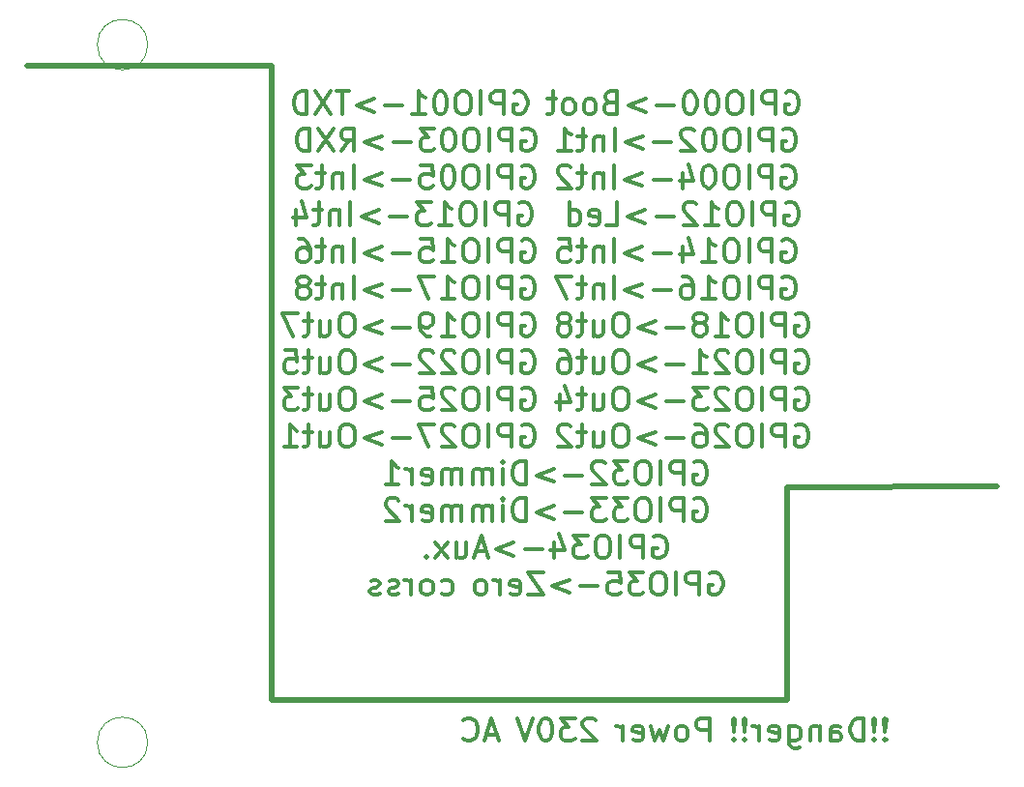
<source format=gbr>
%TF.GenerationSoftware,KiCad,Pcbnew,7.99.0-unknown-9f10c142c4~166~ubuntu22.04.1*%
%TF.CreationDate,2023-02-17T16:36:42+01:00*%
%TF.ProjectId,int_out,696e745f-6f75-4742-9e6b-696361645f70,rev?*%
%TF.SameCoordinates,Original*%
%TF.FileFunction,Legend,Bot*%
%TF.FilePolarity,Positive*%
%FSLAX46Y46*%
G04 Gerber Fmt 4.6, Leading zero omitted, Abs format (unit mm)*
G04 Created by KiCad (PCBNEW 7.99.0-unknown-9f10c142c4~166~ubuntu22.04.1) date 2023-02-17 16:36:42*
%MOMM*%
%LPD*%
G01*
G04 APERTURE LIST*
%ADD10C,0.500000*%
%ADD11C,0.300000*%
%ADD12C,0.120000*%
G04 APERTURE END LIST*
D10*
X92075000Y-45550000D02*
X70650000Y-45550000D01*
X155590250Y-82400000D02*
X137140250Y-82475000D01*
X137140250Y-82550000D02*
X137179750Y-101067000D01*
X92039500Y-101117000D02*
X92075000Y-45550000D01*
X137179750Y-101067000D02*
X92039500Y-101117000D01*
D11*
X137080951Y-47880000D02*
X137271427Y-47784761D01*
X137271427Y-47784761D02*
X137557141Y-47784761D01*
X137557141Y-47784761D02*
X137842856Y-47880000D01*
X137842856Y-47880000D02*
X138033332Y-48070476D01*
X138033332Y-48070476D02*
X138128570Y-48260952D01*
X138128570Y-48260952D02*
X138223808Y-48641904D01*
X138223808Y-48641904D02*
X138223808Y-48927619D01*
X138223808Y-48927619D02*
X138128570Y-49308571D01*
X138128570Y-49308571D02*
X138033332Y-49499047D01*
X138033332Y-49499047D02*
X137842856Y-49689523D01*
X137842856Y-49689523D02*
X137557141Y-49784761D01*
X137557141Y-49784761D02*
X137366665Y-49784761D01*
X137366665Y-49784761D02*
X137080951Y-49689523D01*
X137080951Y-49689523D02*
X136985713Y-49594285D01*
X136985713Y-49594285D02*
X136985713Y-48927619D01*
X136985713Y-48927619D02*
X137366665Y-48927619D01*
X136128570Y-49784761D02*
X136128570Y-47784761D01*
X136128570Y-47784761D02*
X135366665Y-47784761D01*
X135366665Y-47784761D02*
X135176189Y-47880000D01*
X135176189Y-47880000D02*
X135080951Y-47975238D01*
X135080951Y-47975238D02*
X134985713Y-48165714D01*
X134985713Y-48165714D02*
X134985713Y-48451428D01*
X134985713Y-48451428D02*
X135080951Y-48641904D01*
X135080951Y-48641904D02*
X135176189Y-48737142D01*
X135176189Y-48737142D02*
X135366665Y-48832380D01*
X135366665Y-48832380D02*
X136128570Y-48832380D01*
X134128570Y-49784761D02*
X134128570Y-47784761D01*
X132795237Y-47784761D02*
X132414284Y-47784761D01*
X132414284Y-47784761D02*
X132223808Y-47880000D01*
X132223808Y-47880000D02*
X132033332Y-48070476D01*
X132033332Y-48070476D02*
X131938094Y-48451428D01*
X131938094Y-48451428D02*
X131938094Y-49118095D01*
X131938094Y-49118095D02*
X132033332Y-49499047D01*
X132033332Y-49499047D02*
X132223808Y-49689523D01*
X132223808Y-49689523D02*
X132414284Y-49784761D01*
X132414284Y-49784761D02*
X132795237Y-49784761D01*
X132795237Y-49784761D02*
X132985713Y-49689523D01*
X132985713Y-49689523D02*
X133176189Y-49499047D01*
X133176189Y-49499047D02*
X133271427Y-49118095D01*
X133271427Y-49118095D02*
X133271427Y-48451428D01*
X133271427Y-48451428D02*
X133176189Y-48070476D01*
X133176189Y-48070476D02*
X132985713Y-47880000D01*
X132985713Y-47880000D02*
X132795237Y-47784761D01*
X130699999Y-47784761D02*
X130509522Y-47784761D01*
X130509522Y-47784761D02*
X130319046Y-47880000D01*
X130319046Y-47880000D02*
X130223808Y-47975238D01*
X130223808Y-47975238D02*
X130128570Y-48165714D01*
X130128570Y-48165714D02*
X130033332Y-48546666D01*
X130033332Y-48546666D02*
X130033332Y-49022857D01*
X130033332Y-49022857D02*
X130128570Y-49403809D01*
X130128570Y-49403809D02*
X130223808Y-49594285D01*
X130223808Y-49594285D02*
X130319046Y-49689523D01*
X130319046Y-49689523D02*
X130509522Y-49784761D01*
X130509522Y-49784761D02*
X130699999Y-49784761D01*
X130699999Y-49784761D02*
X130890475Y-49689523D01*
X130890475Y-49689523D02*
X130985713Y-49594285D01*
X130985713Y-49594285D02*
X131080951Y-49403809D01*
X131080951Y-49403809D02*
X131176189Y-49022857D01*
X131176189Y-49022857D02*
X131176189Y-48546666D01*
X131176189Y-48546666D02*
X131080951Y-48165714D01*
X131080951Y-48165714D02*
X130985713Y-47975238D01*
X130985713Y-47975238D02*
X130890475Y-47880000D01*
X130890475Y-47880000D02*
X130699999Y-47784761D01*
X128795237Y-47784761D02*
X128604760Y-47784761D01*
X128604760Y-47784761D02*
X128414284Y-47880000D01*
X128414284Y-47880000D02*
X128319046Y-47975238D01*
X128319046Y-47975238D02*
X128223808Y-48165714D01*
X128223808Y-48165714D02*
X128128570Y-48546666D01*
X128128570Y-48546666D02*
X128128570Y-49022857D01*
X128128570Y-49022857D02*
X128223808Y-49403809D01*
X128223808Y-49403809D02*
X128319046Y-49594285D01*
X128319046Y-49594285D02*
X128414284Y-49689523D01*
X128414284Y-49689523D02*
X128604760Y-49784761D01*
X128604760Y-49784761D02*
X128795237Y-49784761D01*
X128795237Y-49784761D02*
X128985713Y-49689523D01*
X128985713Y-49689523D02*
X129080951Y-49594285D01*
X129080951Y-49594285D02*
X129176189Y-49403809D01*
X129176189Y-49403809D02*
X129271427Y-49022857D01*
X129271427Y-49022857D02*
X129271427Y-48546666D01*
X129271427Y-48546666D02*
X129176189Y-48165714D01*
X129176189Y-48165714D02*
X129080951Y-47975238D01*
X129080951Y-47975238D02*
X128985713Y-47880000D01*
X128985713Y-47880000D02*
X128795237Y-47784761D01*
X127271427Y-49022857D02*
X125747618Y-49022857D01*
X124795237Y-48451428D02*
X123271428Y-49022857D01*
X123271428Y-49022857D02*
X124795237Y-49594285D01*
X121652380Y-48737142D02*
X121366666Y-48832380D01*
X121366666Y-48832380D02*
X121271428Y-48927619D01*
X121271428Y-48927619D02*
X121176190Y-49118095D01*
X121176190Y-49118095D02*
X121176190Y-49403809D01*
X121176190Y-49403809D02*
X121271428Y-49594285D01*
X121271428Y-49594285D02*
X121366666Y-49689523D01*
X121366666Y-49689523D02*
X121557142Y-49784761D01*
X121557142Y-49784761D02*
X122319047Y-49784761D01*
X122319047Y-49784761D02*
X122319047Y-47784761D01*
X122319047Y-47784761D02*
X121652380Y-47784761D01*
X121652380Y-47784761D02*
X121461904Y-47880000D01*
X121461904Y-47880000D02*
X121366666Y-47975238D01*
X121366666Y-47975238D02*
X121271428Y-48165714D01*
X121271428Y-48165714D02*
X121271428Y-48356190D01*
X121271428Y-48356190D02*
X121366666Y-48546666D01*
X121366666Y-48546666D02*
X121461904Y-48641904D01*
X121461904Y-48641904D02*
X121652380Y-48737142D01*
X121652380Y-48737142D02*
X122319047Y-48737142D01*
X120033333Y-49784761D02*
X120223809Y-49689523D01*
X120223809Y-49689523D02*
X120319047Y-49594285D01*
X120319047Y-49594285D02*
X120414285Y-49403809D01*
X120414285Y-49403809D02*
X120414285Y-48832380D01*
X120414285Y-48832380D02*
X120319047Y-48641904D01*
X120319047Y-48641904D02*
X120223809Y-48546666D01*
X120223809Y-48546666D02*
X120033333Y-48451428D01*
X120033333Y-48451428D02*
X119747618Y-48451428D01*
X119747618Y-48451428D02*
X119557142Y-48546666D01*
X119557142Y-48546666D02*
X119461904Y-48641904D01*
X119461904Y-48641904D02*
X119366666Y-48832380D01*
X119366666Y-48832380D02*
X119366666Y-49403809D01*
X119366666Y-49403809D02*
X119461904Y-49594285D01*
X119461904Y-49594285D02*
X119557142Y-49689523D01*
X119557142Y-49689523D02*
X119747618Y-49784761D01*
X119747618Y-49784761D02*
X120033333Y-49784761D01*
X118223809Y-49784761D02*
X118414285Y-49689523D01*
X118414285Y-49689523D02*
X118509523Y-49594285D01*
X118509523Y-49594285D02*
X118604761Y-49403809D01*
X118604761Y-49403809D02*
X118604761Y-48832380D01*
X118604761Y-48832380D02*
X118509523Y-48641904D01*
X118509523Y-48641904D02*
X118414285Y-48546666D01*
X118414285Y-48546666D02*
X118223809Y-48451428D01*
X118223809Y-48451428D02*
X117938094Y-48451428D01*
X117938094Y-48451428D02*
X117747618Y-48546666D01*
X117747618Y-48546666D02*
X117652380Y-48641904D01*
X117652380Y-48641904D02*
X117557142Y-48832380D01*
X117557142Y-48832380D02*
X117557142Y-49403809D01*
X117557142Y-49403809D02*
X117652380Y-49594285D01*
X117652380Y-49594285D02*
X117747618Y-49689523D01*
X117747618Y-49689523D02*
X117938094Y-49784761D01*
X117938094Y-49784761D02*
X118223809Y-49784761D01*
X116985713Y-48451428D02*
X116223809Y-48451428D01*
X116699999Y-47784761D02*
X116699999Y-49499047D01*
X116699999Y-49499047D02*
X116604761Y-49689523D01*
X116604761Y-49689523D02*
X116414285Y-49784761D01*
X116414285Y-49784761D02*
X116223809Y-49784761D01*
X113309523Y-47880000D02*
X113499999Y-47784761D01*
X113499999Y-47784761D02*
X113785713Y-47784761D01*
X113785713Y-47784761D02*
X114071428Y-47880000D01*
X114071428Y-47880000D02*
X114261904Y-48070476D01*
X114261904Y-48070476D02*
X114357142Y-48260952D01*
X114357142Y-48260952D02*
X114452380Y-48641904D01*
X114452380Y-48641904D02*
X114452380Y-48927619D01*
X114452380Y-48927619D02*
X114357142Y-49308571D01*
X114357142Y-49308571D02*
X114261904Y-49499047D01*
X114261904Y-49499047D02*
X114071428Y-49689523D01*
X114071428Y-49689523D02*
X113785713Y-49784761D01*
X113785713Y-49784761D02*
X113595237Y-49784761D01*
X113595237Y-49784761D02*
X113309523Y-49689523D01*
X113309523Y-49689523D02*
X113214285Y-49594285D01*
X113214285Y-49594285D02*
X113214285Y-48927619D01*
X113214285Y-48927619D02*
X113595237Y-48927619D01*
X112357142Y-49784761D02*
X112357142Y-47784761D01*
X112357142Y-47784761D02*
X111595237Y-47784761D01*
X111595237Y-47784761D02*
X111404761Y-47880000D01*
X111404761Y-47880000D02*
X111309523Y-47975238D01*
X111309523Y-47975238D02*
X111214285Y-48165714D01*
X111214285Y-48165714D02*
X111214285Y-48451428D01*
X111214285Y-48451428D02*
X111309523Y-48641904D01*
X111309523Y-48641904D02*
X111404761Y-48737142D01*
X111404761Y-48737142D02*
X111595237Y-48832380D01*
X111595237Y-48832380D02*
X112357142Y-48832380D01*
X110357142Y-49784761D02*
X110357142Y-47784761D01*
X109023809Y-47784761D02*
X108642856Y-47784761D01*
X108642856Y-47784761D02*
X108452380Y-47880000D01*
X108452380Y-47880000D02*
X108261904Y-48070476D01*
X108261904Y-48070476D02*
X108166666Y-48451428D01*
X108166666Y-48451428D02*
X108166666Y-49118095D01*
X108166666Y-49118095D02*
X108261904Y-49499047D01*
X108261904Y-49499047D02*
X108452380Y-49689523D01*
X108452380Y-49689523D02*
X108642856Y-49784761D01*
X108642856Y-49784761D02*
X109023809Y-49784761D01*
X109023809Y-49784761D02*
X109214285Y-49689523D01*
X109214285Y-49689523D02*
X109404761Y-49499047D01*
X109404761Y-49499047D02*
X109499999Y-49118095D01*
X109499999Y-49118095D02*
X109499999Y-48451428D01*
X109499999Y-48451428D02*
X109404761Y-48070476D01*
X109404761Y-48070476D02*
X109214285Y-47880000D01*
X109214285Y-47880000D02*
X109023809Y-47784761D01*
X106928571Y-47784761D02*
X106738094Y-47784761D01*
X106738094Y-47784761D02*
X106547618Y-47880000D01*
X106547618Y-47880000D02*
X106452380Y-47975238D01*
X106452380Y-47975238D02*
X106357142Y-48165714D01*
X106357142Y-48165714D02*
X106261904Y-48546666D01*
X106261904Y-48546666D02*
X106261904Y-49022857D01*
X106261904Y-49022857D02*
X106357142Y-49403809D01*
X106357142Y-49403809D02*
X106452380Y-49594285D01*
X106452380Y-49594285D02*
X106547618Y-49689523D01*
X106547618Y-49689523D02*
X106738094Y-49784761D01*
X106738094Y-49784761D02*
X106928571Y-49784761D01*
X106928571Y-49784761D02*
X107119047Y-49689523D01*
X107119047Y-49689523D02*
X107214285Y-49594285D01*
X107214285Y-49594285D02*
X107309523Y-49403809D01*
X107309523Y-49403809D02*
X107404761Y-49022857D01*
X107404761Y-49022857D02*
X107404761Y-48546666D01*
X107404761Y-48546666D02*
X107309523Y-48165714D01*
X107309523Y-48165714D02*
X107214285Y-47975238D01*
X107214285Y-47975238D02*
X107119047Y-47880000D01*
X107119047Y-47880000D02*
X106928571Y-47784761D01*
X104357142Y-49784761D02*
X105499999Y-49784761D01*
X104928571Y-49784761D02*
X104928571Y-47784761D01*
X104928571Y-47784761D02*
X105119047Y-48070476D01*
X105119047Y-48070476D02*
X105309523Y-48260952D01*
X105309523Y-48260952D02*
X105499999Y-48356190D01*
X103499999Y-49022857D02*
X101976190Y-49022857D01*
X101023809Y-48451428D02*
X99500000Y-49022857D01*
X99500000Y-49022857D02*
X101023809Y-49594285D01*
X98833333Y-47784761D02*
X97690476Y-47784761D01*
X98261905Y-49784761D02*
X98261905Y-47784761D01*
X97214285Y-47784761D02*
X95880952Y-49784761D01*
X95880952Y-47784761D02*
X97214285Y-49784761D01*
X95119047Y-49784761D02*
X95119047Y-47784761D01*
X95119047Y-47784761D02*
X94642857Y-47784761D01*
X94642857Y-47784761D02*
X94357142Y-47880000D01*
X94357142Y-47880000D02*
X94166666Y-48070476D01*
X94166666Y-48070476D02*
X94071428Y-48260952D01*
X94071428Y-48260952D02*
X93976190Y-48641904D01*
X93976190Y-48641904D02*
X93976190Y-48927619D01*
X93976190Y-48927619D02*
X94071428Y-49308571D01*
X94071428Y-49308571D02*
X94166666Y-49499047D01*
X94166666Y-49499047D02*
X94357142Y-49689523D01*
X94357142Y-49689523D02*
X94642857Y-49784761D01*
X94642857Y-49784761D02*
X95119047Y-49784761D01*
X136842856Y-51120000D02*
X137033332Y-51024761D01*
X137033332Y-51024761D02*
X137319046Y-51024761D01*
X137319046Y-51024761D02*
X137604761Y-51120000D01*
X137604761Y-51120000D02*
X137795237Y-51310476D01*
X137795237Y-51310476D02*
X137890475Y-51500952D01*
X137890475Y-51500952D02*
X137985713Y-51881904D01*
X137985713Y-51881904D02*
X137985713Y-52167619D01*
X137985713Y-52167619D02*
X137890475Y-52548571D01*
X137890475Y-52548571D02*
X137795237Y-52739047D01*
X137795237Y-52739047D02*
X137604761Y-52929523D01*
X137604761Y-52929523D02*
X137319046Y-53024761D01*
X137319046Y-53024761D02*
X137128570Y-53024761D01*
X137128570Y-53024761D02*
X136842856Y-52929523D01*
X136842856Y-52929523D02*
X136747618Y-52834285D01*
X136747618Y-52834285D02*
X136747618Y-52167619D01*
X136747618Y-52167619D02*
X137128570Y-52167619D01*
X135890475Y-53024761D02*
X135890475Y-51024761D01*
X135890475Y-51024761D02*
X135128570Y-51024761D01*
X135128570Y-51024761D02*
X134938094Y-51120000D01*
X134938094Y-51120000D02*
X134842856Y-51215238D01*
X134842856Y-51215238D02*
X134747618Y-51405714D01*
X134747618Y-51405714D02*
X134747618Y-51691428D01*
X134747618Y-51691428D02*
X134842856Y-51881904D01*
X134842856Y-51881904D02*
X134938094Y-51977142D01*
X134938094Y-51977142D02*
X135128570Y-52072380D01*
X135128570Y-52072380D02*
X135890475Y-52072380D01*
X133890475Y-53024761D02*
X133890475Y-51024761D01*
X132557142Y-51024761D02*
X132176189Y-51024761D01*
X132176189Y-51024761D02*
X131985713Y-51120000D01*
X131985713Y-51120000D02*
X131795237Y-51310476D01*
X131795237Y-51310476D02*
X131699999Y-51691428D01*
X131699999Y-51691428D02*
X131699999Y-52358095D01*
X131699999Y-52358095D02*
X131795237Y-52739047D01*
X131795237Y-52739047D02*
X131985713Y-52929523D01*
X131985713Y-52929523D02*
X132176189Y-53024761D01*
X132176189Y-53024761D02*
X132557142Y-53024761D01*
X132557142Y-53024761D02*
X132747618Y-52929523D01*
X132747618Y-52929523D02*
X132938094Y-52739047D01*
X132938094Y-52739047D02*
X133033332Y-52358095D01*
X133033332Y-52358095D02*
X133033332Y-51691428D01*
X133033332Y-51691428D02*
X132938094Y-51310476D01*
X132938094Y-51310476D02*
X132747618Y-51120000D01*
X132747618Y-51120000D02*
X132557142Y-51024761D01*
X130461904Y-51024761D02*
X130271427Y-51024761D01*
X130271427Y-51024761D02*
X130080951Y-51120000D01*
X130080951Y-51120000D02*
X129985713Y-51215238D01*
X129985713Y-51215238D02*
X129890475Y-51405714D01*
X129890475Y-51405714D02*
X129795237Y-51786666D01*
X129795237Y-51786666D02*
X129795237Y-52262857D01*
X129795237Y-52262857D02*
X129890475Y-52643809D01*
X129890475Y-52643809D02*
X129985713Y-52834285D01*
X129985713Y-52834285D02*
X130080951Y-52929523D01*
X130080951Y-52929523D02*
X130271427Y-53024761D01*
X130271427Y-53024761D02*
X130461904Y-53024761D01*
X130461904Y-53024761D02*
X130652380Y-52929523D01*
X130652380Y-52929523D02*
X130747618Y-52834285D01*
X130747618Y-52834285D02*
X130842856Y-52643809D01*
X130842856Y-52643809D02*
X130938094Y-52262857D01*
X130938094Y-52262857D02*
X130938094Y-51786666D01*
X130938094Y-51786666D02*
X130842856Y-51405714D01*
X130842856Y-51405714D02*
X130747618Y-51215238D01*
X130747618Y-51215238D02*
X130652380Y-51120000D01*
X130652380Y-51120000D02*
X130461904Y-51024761D01*
X129033332Y-51215238D02*
X128938094Y-51120000D01*
X128938094Y-51120000D02*
X128747618Y-51024761D01*
X128747618Y-51024761D02*
X128271427Y-51024761D01*
X128271427Y-51024761D02*
X128080951Y-51120000D01*
X128080951Y-51120000D02*
X127985713Y-51215238D01*
X127985713Y-51215238D02*
X127890475Y-51405714D01*
X127890475Y-51405714D02*
X127890475Y-51596190D01*
X127890475Y-51596190D02*
X127985713Y-51881904D01*
X127985713Y-51881904D02*
X129128570Y-53024761D01*
X129128570Y-53024761D02*
X127890475Y-53024761D01*
X127033332Y-52262857D02*
X125509523Y-52262857D01*
X124557142Y-51691428D02*
X123033333Y-52262857D01*
X123033333Y-52262857D02*
X124557142Y-52834285D01*
X122080952Y-53024761D02*
X122080952Y-51024761D01*
X121128571Y-51691428D02*
X121128571Y-53024761D01*
X121128571Y-51881904D02*
X121033333Y-51786666D01*
X121033333Y-51786666D02*
X120842857Y-51691428D01*
X120842857Y-51691428D02*
X120557142Y-51691428D01*
X120557142Y-51691428D02*
X120366666Y-51786666D01*
X120366666Y-51786666D02*
X120271428Y-51977142D01*
X120271428Y-51977142D02*
X120271428Y-53024761D01*
X119604761Y-51691428D02*
X118842857Y-51691428D01*
X119319047Y-51024761D02*
X119319047Y-52739047D01*
X119319047Y-52739047D02*
X119223809Y-52929523D01*
X119223809Y-52929523D02*
X119033333Y-53024761D01*
X119033333Y-53024761D02*
X118842857Y-53024761D01*
X117128571Y-53024761D02*
X118271428Y-53024761D01*
X117700000Y-53024761D02*
X117700000Y-51024761D01*
X117700000Y-51024761D02*
X117890476Y-51310476D01*
X117890476Y-51310476D02*
X118080952Y-51500952D01*
X118080952Y-51500952D02*
X118271428Y-51596190D01*
X114023809Y-51120000D02*
X114214285Y-51024761D01*
X114214285Y-51024761D02*
X114499999Y-51024761D01*
X114499999Y-51024761D02*
X114785714Y-51120000D01*
X114785714Y-51120000D02*
X114976190Y-51310476D01*
X114976190Y-51310476D02*
X115071428Y-51500952D01*
X115071428Y-51500952D02*
X115166666Y-51881904D01*
X115166666Y-51881904D02*
X115166666Y-52167619D01*
X115166666Y-52167619D02*
X115071428Y-52548571D01*
X115071428Y-52548571D02*
X114976190Y-52739047D01*
X114976190Y-52739047D02*
X114785714Y-52929523D01*
X114785714Y-52929523D02*
X114499999Y-53024761D01*
X114499999Y-53024761D02*
X114309523Y-53024761D01*
X114309523Y-53024761D02*
X114023809Y-52929523D01*
X114023809Y-52929523D02*
X113928571Y-52834285D01*
X113928571Y-52834285D02*
X113928571Y-52167619D01*
X113928571Y-52167619D02*
X114309523Y-52167619D01*
X113071428Y-53024761D02*
X113071428Y-51024761D01*
X113071428Y-51024761D02*
X112309523Y-51024761D01*
X112309523Y-51024761D02*
X112119047Y-51120000D01*
X112119047Y-51120000D02*
X112023809Y-51215238D01*
X112023809Y-51215238D02*
X111928571Y-51405714D01*
X111928571Y-51405714D02*
X111928571Y-51691428D01*
X111928571Y-51691428D02*
X112023809Y-51881904D01*
X112023809Y-51881904D02*
X112119047Y-51977142D01*
X112119047Y-51977142D02*
X112309523Y-52072380D01*
X112309523Y-52072380D02*
X113071428Y-52072380D01*
X111071428Y-53024761D02*
X111071428Y-51024761D01*
X109738095Y-51024761D02*
X109357142Y-51024761D01*
X109357142Y-51024761D02*
X109166666Y-51120000D01*
X109166666Y-51120000D02*
X108976190Y-51310476D01*
X108976190Y-51310476D02*
X108880952Y-51691428D01*
X108880952Y-51691428D02*
X108880952Y-52358095D01*
X108880952Y-52358095D02*
X108976190Y-52739047D01*
X108976190Y-52739047D02*
X109166666Y-52929523D01*
X109166666Y-52929523D02*
X109357142Y-53024761D01*
X109357142Y-53024761D02*
X109738095Y-53024761D01*
X109738095Y-53024761D02*
X109928571Y-52929523D01*
X109928571Y-52929523D02*
X110119047Y-52739047D01*
X110119047Y-52739047D02*
X110214285Y-52358095D01*
X110214285Y-52358095D02*
X110214285Y-51691428D01*
X110214285Y-51691428D02*
X110119047Y-51310476D01*
X110119047Y-51310476D02*
X109928571Y-51120000D01*
X109928571Y-51120000D02*
X109738095Y-51024761D01*
X107642857Y-51024761D02*
X107452380Y-51024761D01*
X107452380Y-51024761D02*
X107261904Y-51120000D01*
X107261904Y-51120000D02*
X107166666Y-51215238D01*
X107166666Y-51215238D02*
X107071428Y-51405714D01*
X107071428Y-51405714D02*
X106976190Y-51786666D01*
X106976190Y-51786666D02*
X106976190Y-52262857D01*
X106976190Y-52262857D02*
X107071428Y-52643809D01*
X107071428Y-52643809D02*
X107166666Y-52834285D01*
X107166666Y-52834285D02*
X107261904Y-52929523D01*
X107261904Y-52929523D02*
X107452380Y-53024761D01*
X107452380Y-53024761D02*
X107642857Y-53024761D01*
X107642857Y-53024761D02*
X107833333Y-52929523D01*
X107833333Y-52929523D02*
X107928571Y-52834285D01*
X107928571Y-52834285D02*
X108023809Y-52643809D01*
X108023809Y-52643809D02*
X108119047Y-52262857D01*
X108119047Y-52262857D02*
X108119047Y-51786666D01*
X108119047Y-51786666D02*
X108023809Y-51405714D01*
X108023809Y-51405714D02*
X107928571Y-51215238D01*
X107928571Y-51215238D02*
X107833333Y-51120000D01*
X107833333Y-51120000D02*
X107642857Y-51024761D01*
X106309523Y-51024761D02*
X105071428Y-51024761D01*
X105071428Y-51024761D02*
X105738095Y-51786666D01*
X105738095Y-51786666D02*
X105452380Y-51786666D01*
X105452380Y-51786666D02*
X105261904Y-51881904D01*
X105261904Y-51881904D02*
X105166666Y-51977142D01*
X105166666Y-51977142D02*
X105071428Y-52167619D01*
X105071428Y-52167619D02*
X105071428Y-52643809D01*
X105071428Y-52643809D02*
X105166666Y-52834285D01*
X105166666Y-52834285D02*
X105261904Y-52929523D01*
X105261904Y-52929523D02*
X105452380Y-53024761D01*
X105452380Y-53024761D02*
X106023809Y-53024761D01*
X106023809Y-53024761D02*
X106214285Y-52929523D01*
X106214285Y-52929523D02*
X106309523Y-52834285D01*
X104214285Y-52262857D02*
X102690476Y-52262857D01*
X101738095Y-51691428D02*
X100214286Y-52262857D01*
X100214286Y-52262857D02*
X101738095Y-52834285D01*
X98119048Y-53024761D02*
X98785715Y-52072380D01*
X99261905Y-53024761D02*
X99261905Y-51024761D01*
X99261905Y-51024761D02*
X98500000Y-51024761D01*
X98500000Y-51024761D02*
X98309524Y-51120000D01*
X98309524Y-51120000D02*
X98214286Y-51215238D01*
X98214286Y-51215238D02*
X98119048Y-51405714D01*
X98119048Y-51405714D02*
X98119048Y-51691428D01*
X98119048Y-51691428D02*
X98214286Y-51881904D01*
X98214286Y-51881904D02*
X98309524Y-51977142D01*
X98309524Y-51977142D02*
X98500000Y-52072380D01*
X98500000Y-52072380D02*
X99261905Y-52072380D01*
X97452381Y-51024761D02*
X96119048Y-53024761D01*
X96119048Y-51024761D02*
X97452381Y-53024761D01*
X95357143Y-53024761D02*
X95357143Y-51024761D01*
X95357143Y-51024761D02*
X94880953Y-51024761D01*
X94880953Y-51024761D02*
X94595238Y-51120000D01*
X94595238Y-51120000D02*
X94404762Y-51310476D01*
X94404762Y-51310476D02*
X94309524Y-51500952D01*
X94309524Y-51500952D02*
X94214286Y-51881904D01*
X94214286Y-51881904D02*
X94214286Y-52167619D01*
X94214286Y-52167619D02*
X94309524Y-52548571D01*
X94309524Y-52548571D02*
X94404762Y-52739047D01*
X94404762Y-52739047D02*
X94595238Y-52929523D01*
X94595238Y-52929523D02*
X94880953Y-53024761D01*
X94880953Y-53024761D02*
X95357143Y-53024761D01*
X136795237Y-54360000D02*
X136985713Y-54264761D01*
X136985713Y-54264761D02*
X137271427Y-54264761D01*
X137271427Y-54264761D02*
X137557142Y-54360000D01*
X137557142Y-54360000D02*
X137747618Y-54550476D01*
X137747618Y-54550476D02*
X137842856Y-54740952D01*
X137842856Y-54740952D02*
X137938094Y-55121904D01*
X137938094Y-55121904D02*
X137938094Y-55407619D01*
X137938094Y-55407619D02*
X137842856Y-55788571D01*
X137842856Y-55788571D02*
X137747618Y-55979047D01*
X137747618Y-55979047D02*
X137557142Y-56169523D01*
X137557142Y-56169523D02*
X137271427Y-56264761D01*
X137271427Y-56264761D02*
X137080951Y-56264761D01*
X137080951Y-56264761D02*
X136795237Y-56169523D01*
X136795237Y-56169523D02*
X136699999Y-56074285D01*
X136699999Y-56074285D02*
X136699999Y-55407619D01*
X136699999Y-55407619D02*
X137080951Y-55407619D01*
X135842856Y-56264761D02*
X135842856Y-54264761D01*
X135842856Y-54264761D02*
X135080951Y-54264761D01*
X135080951Y-54264761D02*
X134890475Y-54360000D01*
X134890475Y-54360000D02*
X134795237Y-54455238D01*
X134795237Y-54455238D02*
X134699999Y-54645714D01*
X134699999Y-54645714D02*
X134699999Y-54931428D01*
X134699999Y-54931428D02*
X134795237Y-55121904D01*
X134795237Y-55121904D02*
X134890475Y-55217142D01*
X134890475Y-55217142D02*
X135080951Y-55312380D01*
X135080951Y-55312380D02*
X135842856Y-55312380D01*
X133842856Y-56264761D02*
X133842856Y-54264761D01*
X132509523Y-54264761D02*
X132128570Y-54264761D01*
X132128570Y-54264761D02*
X131938094Y-54360000D01*
X131938094Y-54360000D02*
X131747618Y-54550476D01*
X131747618Y-54550476D02*
X131652380Y-54931428D01*
X131652380Y-54931428D02*
X131652380Y-55598095D01*
X131652380Y-55598095D02*
X131747618Y-55979047D01*
X131747618Y-55979047D02*
X131938094Y-56169523D01*
X131938094Y-56169523D02*
X132128570Y-56264761D01*
X132128570Y-56264761D02*
X132509523Y-56264761D01*
X132509523Y-56264761D02*
X132699999Y-56169523D01*
X132699999Y-56169523D02*
X132890475Y-55979047D01*
X132890475Y-55979047D02*
X132985713Y-55598095D01*
X132985713Y-55598095D02*
X132985713Y-54931428D01*
X132985713Y-54931428D02*
X132890475Y-54550476D01*
X132890475Y-54550476D02*
X132699999Y-54360000D01*
X132699999Y-54360000D02*
X132509523Y-54264761D01*
X130414285Y-54264761D02*
X130223808Y-54264761D01*
X130223808Y-54264761D02*
X130033332Y-54360000D01*
X130033332Y-54360000D02*
X129938094Y-54455238D01*
X129938094Y-54455238D02*
X129842856Y-54645714D01*
X129842856Y-54645714D02*
X129747618Y-55026666D01*
X129747618Y-55026666D02*
X129747618Y-55502857D01*
X129747618Y-55502857D02*
X129842856Y-55883809D01*
X129842856Y-55883809D02*
X129938094Y-56074285D01*
X129938094Y-56074285D02*
X130033332Y-56169523D01*
X130033332Y-56169523D02*
X130223808Y-56264761D01*
X130223808Y-56264761D02*
X130414285Y-56264761D01*
X130414285Y-56264761D02*
X130604761Y-56169523D01*
X130604761Y-56169523D02*
X130699999Y-56074285D01*
X130699999Y-56074285D02*
X130795237Y-55883809D01*
X130795237Y-55883809D02*
X130890475Y-55502857D01*
X130890475Y-55502857D02*
X130890475Y-55026666D01*
X130890475Y-55026666D02*
X130795237Y-54645714D01*
X130795237Y-54645714D02*
X130699999Y-54455238D01*
X130699999Y-54455238D02*
X130604761Y-54360000D01*
X130604761Y-54360000D02*
X130414285Y-54264761D01*
X128033332Y-54931428D02*
X128033332Y-56264761D01*
X128509523Y-54169523D02*
X128985713Y-55598095D01*
X128985713Y-55598095D02*
X127747618Y-55598095D01*
X126985713Y-55502857D02*
X125461904Y-55502857D01*
X124509523Y-54931428D02*
X122985714Y-55502857D01*
X122985714Y-55502857D02*
X124509523Y-56074285D01*
X122033333Y-56264761D02*
X122033333Y-54264761D01*
X121080952Y-54931428D02*
X121080952Y-56264761D01*
X121080952Y-55121904D02*
X120985714Y-55026666D01*
X120985714Y-55026666D02*
X120795238Y-54931428D01*
X120795238Y-54931428D02*
X120509523Y-54931428D01*
X120509523Y-54931428D02*
X120319047Y-55026666D01*
X120319047Y-55026666D02*
X120223809Y-55217142D01*
X120223809Y-55217142D02*
X120223809Y-56264761D01*
X119557142Y-54931428D02*
X118795238Y-54931428D01*
X119271428Y-54264761D02*
X119271428Y-55979047D01*
X119271428Y-55979047D02*
X119176190Y-56169523D01*
X119176190Y-56169523D02*
X118985714Y-56264761D01*
X118985714Y-56264761D02*
X118795238Y-56264761D01*
X118223809Y-54455238D02*
X118128571Y-54360000D01*
X118128571Y-54360000D02*
X117938095Y-54264761D01*
X117938095Y-54264761D02*
X117461904Y-54264761D01*
X117461904Y-54264761D02*
X117271428Y-54360000D01*
X117271428Y-54360000D02*
X117176190Y-54455238D01*
X117176190Y-54455238D02*
X117080952Y-54645714D01*
X117080952Y-54645714D02*
X117080952Y-54836190D01*
X117080952Y-54836190D02*
X117176190Y-55121904D01*
X117176190Y-55121904D02*
X118319047Y-56264761D01*
X118319047Y-56264761D02*
X117080952Y-56264761D01*
X113976190Y-54360000D02*
X114166666Y-54264761D01*
X114166666Y-54264761D02*
X114452380Y-54264761D01*
X114452380Y-54264761D02*
X114738095Y-54360000D01*
X114738095Y-54360000D02*
X114928571Y-54550476D01*
X114928571Y-54550476D02*
X115023809Y-54740952D01*
X115023809Y-54740952D02*
X115119047Y-55121904D01*
X115119047Y-55121904D02*
X115119047Y-55407619D01*
X115119047Y-55407619D02*
X115023809Y-55788571D01*
X115023809Y-55788571D02*
X114928571Y-55979047D01*
X114928571Y-55979047D02*
X114738095Y-56169523D01*
X114738095Y-56169523D02*
X114452380Y-56264761D01*
X114452380Y-56264761D02*
X114261904Y-56264761D01*
X114261904Y-56264761D02*
X113976190Y-56169523D01*
X113976190Y-56169523D02*
X113880952Y-56074285D01*
X113880952Y-56074285D02*
X113880952Y-55407619D01*
X113880952Y-55407619D02*
X114261904Y-55407619D01*
X113023809Y-56264761D02*
X113023809Y-54264761D01*
X113023809Y-54264761D02*
X112261904Y-54264761D01*
X112261904Y-54264761D02*
X112071428Y-54360000D01*
X112071428Y-54360000D02*
X111976190Y-54455238D01*
X111976190Y-54455238D02*
X111880952Y-54645714D01*
X111880952Y-54645714D02*
X111880952Y-54931428D01*
X111880952Y-54931428D02*
X111976190Y-55121904D01*
X111976190Y-55121904D02*
X112071428Y-55217142D01*
X112071428Y-55217142D02*
X112261904Y-55312380D01*
X112261904Y-55312380D02*
X113023809Y-55312380D01*
X111023809Y-56264761D02*
X111023809Y-54264761D01*
X109690476Y-54264761D02*
X109309523Y-54264761D01*
X109309523Y-54264761D02*
X109119047Y-54360000D01*
X109119047Y-54360000D02*
X108928571Y-54550476D01*
X108928571Y-54550476D02*
X108833333Y-54931428D01*
X108833333Y-54931428D02*
X108833333Y-55598095D01*
X108833333Y-55598095D02*
X108928571Y-55979047D01*
X108928571Y-55979047D02*
X109119047Y-56169523D01*
X109119047Y-56169523D02*
X109309523Y-56264761D01*
X109309523Y-56264761D02*
X109690476Y-56264761D01*
X109690476Y-56264761D02*
X109880952Y-56169523D01*
X109880952Y-56169523D02*
X110071428Y-55979047D01*
X110071428Y-55979047D02*
X110166666Y-55598095D01*
X110166666Y-55598095D02*
X110166666Y-54931428D01*
X110166666Y-54931428D02*
X110071428Y-54550476D01*
X110071428Y-54550476D02*
X109880952Y-54360000D01*
X109880952Y-54360000D02*
X109690476Y-54264761D01*
X107595238Y-54264761D02*
X107404761Y-54264761D01*
X107404761Y-54264761D02*
X107214285Y-54360000D01*
X107214285Y-54360000D02*
X107119047Y-54455238D01*
X107119047Y-54455238D02*
X107023809Y-54645714D01*
X107023809Y-54645714D02*
X106928571Y-55026666D01*
X106928571Y-55026666D02*
X106928571Y-55502857D01*
X106928571Y-55502857D02*
X107023809Y-55883809D01*
X107023809Y-55883809D02*
X107119047Y-56074285D01*
X107119047Y-56074285D02*
X107214285Y-56169523D01*
X107214285Y-56169523D02*
X107404761Y-56264761D01*
X107404761Y-56264761D02*
X107595238Y-56264761D01*
X107595238Y-56264761D02*
X107785714Y-56169523D01*
X107785714Y-56169523D02*
X107880952Y-56074285D01*
X107880952Y-56074285D02*
X107976190Y-55883809D01*
X107976190Y-55883809D02*
X108071428Y-55502857D01*
X108071428Y-55502857D02*
X108071428Y-55026666D01*
X108071428Y-55026666D02*
X107976190Y-54645714D01*
X107976190Y-54645714D02*
X107880952Y-54455238D01*
X107880952Y-54455238D02*
X107785714Y-54360000D01*
X107785714Y-54360000D02*
X107595238Y-54264761D01*
X105119047Y-54264761D02*
X106071428Y-54264761D01*
X106071428Y-54264761D02*
X106166666Y-55217142D01*
X106166666Y-55217142D02*
X106071428Y-55121904D01*
X106071428Y-55121904D02*
X105880952Y-55026666D01*
X105880952Y-55026666D02*
X105404761Y-55026666D01*
X105404761Y-55026666D02*
X105214285Y-55121904D01*
X105214285Y-55121904D02*
X105119047Y-55217142D01*
X105119047Y-55217142D02*
X105023809Y-55407619D01*
X105023809Y-55407619D02*
X105023809Y-55883809D01*
X105023809Y-55883809D02*
X105119047Y-56074285D01*
X105119047Y-56074285D02*
X105214285Y-56169523D01*
X105214285Y-56169523D02*
X105404761Y-56264761D01*
X105404761Y-56264761D02*
X105880952Y-56264761D01*
X105880952Y-56264761D02*
X106071428Y-56169523D01*
X106071428Y-56169523D02*
X106166666Y-56074285D01*
X104166666Y-55502857D02*
X102642857Y-55502857D01*
X101690476Y-54931428D02*
X100166667Y-55502857D01*
X100166667Y-55502857D02*
X101690476Y-56074285D01*
X99214286Y-56264761D02*
X99214286Y-54264761D01*
X98261905Y-54931428D02*
X98261905Y-56264761D01*
X98261905Y-55121904D02*
X98166667Y-55026666D01*
X98166667Y-55026666D02*
X97976191Y-54931428D01*
X97976191Y-54931428D02*
X97690476Y-54931428D01*
X97690476Y-54931428D02*
X97500000Y-55026666D01*
X97500000Y-55026666D02*
X97404762Y-55217142D01*
X97404762Y-55217142D02*
X97404762Y-56264761D01*
X96738095Y-54931428D02*
X95976191Y-54931428D01*
X96452381Y-54264761D02*
X96452381Y-55979047D01*
X96452381Y-55979047D02*
X96357143Y-56169523D01*
X96357143Y-56169523D02*
X96166667Y-56264761D01*
X96166667Y-56264761D02*
X95976191Y-56264761D01*
X95500000Y-54264761D02*
X94261905Y-54264761D01*
X94261905Y-54264761D02*
X94928572Y-55026666D01*
X94928572Y-55026666D02*
X94642857Y-55026666D01*
X94642857Y-55026666D02*
X94452381Y-55121904D01*
X94452381Y-55121904D02*
X94357143Y-55217142D01*
X94357143Y-55217142D02*
X94261905Y-55407619D01*
X94261905Y-55407619D02*
X94261905Y-55883809D01*
X94261905Y-55883809D02*
X94357143Y-56074285D01*
X94357143Y-56074285D02*
X94452381Y-56169523D01*
X94452381Y-56169523D02*
X94642857Y-56264761D01*
X94642857Y-56264761D02*
X95214286Y-56264761D01*
X95214286Y-56264761D02*
X95404762Y-56169523D01*
X95404762Y-56169523D02*
X95500000Y-56074285D01*
X137061904Y-57600000D02*
X137252380Y-57504761D01*
X137252380Y-57504761D02*
X137538094Y-57504761D01*
X137538094Y-57504761D02*
X137823809Y-57600000D01*
X137823809Y-57600000D02*
X138014285Y-57790476D01*
X138014285Y-57790476D02*
X138109523Y-57980952D01*
X138109523Y-57980952D02*
X138204761Y-58361904D01*
X138204761Y-58361904D02*
X138204761Y-58647619D01*
X138204761Y-58647619D02*
X138109523Y-59028571D01*
X138109523Y-59028571D02*
X138014285Y-59219047D01*
X138014285Y-59219047D02*
X137823809Y-59409523D01*
X137823809Y-59409523D02*
X137538094Y-59504761D01*
X137538094Y-59504761D02*
X137347618Y-59504761D01*
X137347618Y-59504761D02*
X137061904Y-59409523D01*
X137061904Y-59409523D02*
X136966666Y-59314285D01*
X136966666Y-59314285D02*
X136966666Y-58647619D01*
X136966666Y-58647619D02*
X137347618Y-58647619D01*
X136109523Y-59504761D02*
X136109523Y-57504761D01*
X136109523Y-57504761D02*
X135347618Y-57504761D01*
X135347618Y-57504761D02*
X135157142Y-57600000D01*
X135157142Y-57600000D02*
X135061904Y-57695238D01*
X135061904Y-57695238D02*
X134966666Y-57885714D01*
X134966666Y-57885714D02*
X134966666Y-58171428D01*
X134966666Y-58171428D02*
X135061904Y-58361904D01*
X135061904Y-58361904D02*
X135157142Y-58457142D01*
X135157142Y-58457142D02*
X135347618Y-58552380D01*
X135347618Y-58552380D02*
X136109523Y-58552380D01*
X134109523Y-59504761D02*
X134109523Y-57504761D01*
X132776190Y-57504761D02*
X132395237Y-57504761D01*
X132395237Y-57504761D02*
X132204761Y-57600000D01*
X132204761Y-57600000D02*
X132014285Y-57790476D01*
X132014285Y-57790476D02*
X131919047Y-58171428D01*
X131919047Y-58171428D02*
X131919047Y-58838095D01*
X131919047Y-58838095D02*
X132014285Y-59219047D01*
X132014285Y-59219047D02*
X132204761Y-59409523D01*
X132204761Y-59409523D02*
X132395237Y-59504761D01*
X132395237Y-59504761D02*
X132776190Y-59504761D01*
X132776190Y-59504761D02*
X132966666Y-59409523D01*
X132966666Y-59409523D02*
X133157142Y-59219047D01*
X133157142Y-59219047D02*
X133252380Y-58838095D01*
X133252380Y-58838095D02*
X133252380Y-58171428D01*
X133252380Y-58171428D02*
X133157142Y-57790476D01*
X133157142Y-57790476D02*
X132966666Y-57600000D01*
X132966666Y-57600000D02*
X132776190Y-57504761D01*
X130014285Y-59504761D02*
X131157142Y-59504761D01*
X130585714Y-59504761D02*
X130585714Y-57504761D01*
X130585714Y-57504761D02*
X130776190Y-57790476D01*
X130776190Y-57790476D02*
X130966666Y-57980952D01*
X130966666Y-57980952D02*
X131157142Y-58076190D01*
X129252380Y-57695238D02*
X129157142Y-57600000D01*
X129157142Y-57600000D02*
X128966666Y-57504761D01*
X128966666Y-57504761D02*
X128490475Y-57504761D01*
X128490475Y-57504761D02*
X128299999Y-57600000D01*
X128299999Y-57600000D02*
X128204761Y-57695238D01*
X128204761Y-57695238D02*
X128109523Y-57885714D01*
X128109523Y-57885714D02*
X128109523Y-58076190D01*
X128109523Y-58076190D02*
X128204761Y-58361904D01*
X128204761Y-58361904D02*
X129347618Y-59504761D01*
X129347618Y-59504761D02*
X128109523Y-59504761D01*
X127252380Y-58742857D02*
X125728571Y-58742857D01*
X124776190Y-58171428D02*
X123252381Y-58742857D01*
X123252381Y-58742857D02*
X124776190Y-59314285D01*
X121347619Y-59504761D02*
X122300000Y-59504761D01*
X122300000Y-59504761D02*
X122300000Y-57504761D01*
X119919047Y-59409523D02*
X120109523Y-59504761D01*
X120109523Y-59504761D02*
X120490476Y-59504761D01*
X120490476Y-59504761D02*
X120680952Y-59409523D01*
X120680952Y-59409523D02*
X120776190Y-59219047D01*
X120776190Y-59219047D02*
X120776190Y-58457142D01*
X120776190Y-58457142D02*
X120680952Y-58266666D01*
X120680952Y-58266666D02*
X120490476Y-58171428D01*
X120490476Y-58171428D02*
X120109523Y-58171428D01*
X120109523Y-58171428D02*
X119919047Y-58266666D01*
X119919047Y-58266666D02*
X119823809Y-58457142D01*
X119823809Y-58457142D02*
X119823809Y-58647619D01*
X119823809Y-58647619D02*
X120776190Y-58838095D01*
X118109523Y-59504761D02*
X118109523Y-57504761D01*
X118109523Y-59409523D02*
X118299999Y-59504761D01*
X118299999Y-59504761D02*
X118680952Y-59504761D01*
X118680952Y-59504761D02*
X118871428Y-59409523D01*
X118871428Y-59409523D02*
X118966666Y-59314285D01*
X118966666Y-59314285D02*
X119061904Y-59123809D01*
X119061904Y-59123809D02*
X119061904Y-58552380D01*
X119061904Y-58552380D02*
X118966666Y-58361904D01*
X118966666Y-58361904D02*
X118871428Y-58266666D01*
X118871428Y-58266666D02*
X118680952Y-58171428D01*
X118680952Y-58171428D02*
X118299999Y-58171428D01*
X118299999Y-58171428D02*
X118109523Y-58266666D01*
X113709523Y-57600000D02*
X113899999Y-57504761D01*
X113899999Y-57504761D02*
X114185713Y-57504761D01*
X114185713Y-57504761D02*
X114471428Y-57600000D01*
X114471428Y-57600000D02*
X114661904Y-57790476D01*
X114661904Y-57790476D02*
X114757142Y-57980952D01*
X114757142Y-57980952D02*
X114852380Y-58361904D01*
X114852380Y-58361904D02*
X114852380Y-58647619D01*
X114852380Y-58647619D02*
X114757142Y-59028571D01*
X114757142Y-59028571D02*
X114661904Y-59219047D01*
X114661904Y-59219047D02*
X114471428Y-59409523D01*
X114471428Y-59409523D02*
X114185713Y-59504761D01*
X114185713Y-59504761D02*
X113995237Y-59504761D01*
X113995237Y-59504761D02*
X113709523Y-59409523D01*
X113709523Y-59409523D02*
X113614285Y-59314285D01*
X113614285Y-59314285D02*
X113614285Y-58647619D01*
X113614285Y-58647619D02*
X113995237Y-58647619D01*
X112757142Y-59504761D02*
X112757142Y-57504761D01*
X112757142Y-57504761D02*
X111995237Y-57504761D01*
X111995237Y-57504761D02*
X111804761Y-57600000D01*
X111804761Y-57600000D02*
X111709523Y-57695238D01*
X111709523Y-57695238D02*
X111614285Y-57885714D01*
X111614285Y-57885714D02*
X111614285Y-58171428D01*
X111614285Y-58171428D02*
X111709523Y-58361904D01*
X111709523Y-58361904D02*
X111804761Y-58457142D01*
X111804761Y-58457142D02*
X111995237Y-58552380D01*
X111995237Y-58552380D02*
X112757142Y-58552380D01*
X110757142Y-59504761D02*
X110757142Y-57504761D01*
X109423809Y-57504761D02*
X109042856Y-57504761D01*
X109042856Y-57504761D02*
X108852380Y-57600000D01*
X108852380Y-57600000D02*
X108661904Y-57790476D01*
X108661904Y-57790476D02*
X108566666Y-58171428D01*
X108566666Y-58171428D02*
X108566666Y-58838095D01*
X108566666Y-58838095D02*
X108661904Y-59219047D01*
X108661904Y-59219047D02*
X108852380Y-59409523D01*
X108852380Y-59409523D02*
X109042856Y-59504761D01*
X109042856Y-59504761D02*
X109423809Y-59504761D01*
X109423809Y-59504761D02*
X109614285Y-59409523D01*
X109614285Y-59409523D02*
X109804761Y-59219047D01*
X109804761Y-59219047D02*
X109899999Y-58838095D01*
X109899999Y-58838095D02*
X109899999Y-58171428D01*
X109899999Y-58171428D02*
X109804761Y-57790476D01*
X109804761Y-57790476D02*
X109614285Y-57600000D01*
X109614285Y-57600000D02*
X109423809Y-57504761D01*
X106661904Y-59504761D02*
X107804761Y-59504761D01*
X107233333Y-59504761D02*
X107233333Y-57504761D01*
X107233333Y-57504761D02*
X107423809Y-57790476D01*
X107423809Y-57790476D02*
X107614285Y-57980952D01*
X107614285Y-57980952D02*
X107804761Y-58076190D01*
X105995237Y-57504761D02*
X104757142Y-57504761D01*
X104757142Y-57504761D02*
X105423809Y-58266666D01*
X105423809Y-58266666D02*
X105138094Y-58266666D01*
X105138094Y-58266666D02*
X104947618Y-58361904D01*
X104947618Y-58361904D02*
X104852380Y-58457142D01*
X104852380Y-58457142D02*
X104757142Y-58647619D01*
X104757142Y-58647619D02*
X104757142Y-59123809D01*
X104757142Y-59123809D02*
X104852380Y-59314285D01*
X104852380Y-59314285D02*
X104947618Y-59409523D01*
X104947618Y-59409523D02*
X105138094Y-59504761D01*
X105138094Y-59504761D02*
X105709523Y-59504761D01*
X105709523Y-59504761D02*
X105899999Y-59409523D01*
X105899999Y-59409523D02*
X105995237Y-59314285D01*
X103899999Y-58742857D02*
X102376190Y-58742857D01*
X101423809Y-58171428D02*
X99900000Y-58742857D01*
X99900000Y-58742857D02*
X101423809Y-59314285D01*
X98947619Y-59504761D02*
X98947619Y-57504761D01*
X97995238Y-58171428D02*
X97995238Y-59504761D01*
X97995238Y-58361904D02*
X97900000Y-58266666D01*
X97900000Y-58266666D02*
X97709524Y-58171428D01*
X97709524Y-58171428D02*
X97423809Y-58171428D01*
X97423809Y-58171428D02*
X97233333Y-58266666D01*
X97233333Y-58266666D02*
X97138095Y-58457142D01*
X97138095Y-58457142D02*
X97138095Y-59504761D01*
X96471428Y-58171428D02*
X95709524Y-58171428D01*
X96185714Y-57504761D02*
X96185714Y-59219047D01*
X96185714Y-59219047D02*
X96090476Y-59409523D01*
X96090476Y-59409523D02*
X95900000Y-59504761D01*
X95900000Y-59504761D02*
X95709524Y-59504761D01*
X94185714Y-58171428D02*
X94185714Y-59504761D01*
X94661905Y-57409523D02*
X95138095Y-58838095D01*
X95138095Y-58838095D02*
X93900000Y-58838095D01*
X136795237Y-60840000D02*
X136985713Y-60744761D01*
X136985713Y-60744761D02*
X137271427Y-60744761D01*
X137271427Y-60744761D02*
X137557142Y-60840000D01*
X137557142Y-60840000D02*
X137747618Y-61030476D01*
X137747618Y-61030476D02*
X137842856Y-61220952D01*
X137842856Y-61220952D02*
X137938094Y-61601904D01*
X137938094Y-61601904D02*
X137938094Y-61887619D01*
X137938094Y-61887619D02*
X137842856Y-62268571D01*
X137842856Y-62268571D02*
X137747618Y-62459047D01*
X137747618Y-62459047D02*
X137557142Y-62649523D01*
X137557142Y-62649523D02*
X137271427Y-62744761D01*
X137271427Y-62744761D02*
X137080951Y-62744761D01*
X137080951Y-62744761D02*
X136795237Y-62649523D01*
X136795237Y-62649523D02*
X136699999Y-62554285D01*
X136699999Y-62554285D02*
X136699999Y-61887619D01*
X136699999Y-61887619D02*
X137080951Y-61887619D01*
X135842856Y-62744761D02*
X135842856Y-60744761D01*
X135842856Y-60744761D02*
X135080951Y-60744761D01*
X135080951Y-60744761D02*
X134890475Y-60840000D01*
X134890475Y-60840000D02*
X134795237Y-60935238D01*
X134795237Y-60935238D02*
X134699999Y-61125714D01*
X134699999Y-61125714D02*
X134699999Y-61411428D01*
X134699999Y-61411428D02*
X134795237Y-61601904D01*
X134795237Y-61601904D02*
X134890475Y-61697142D01*
X134890475Y-61697142D02*
X135080951Y-61792380D01*
X135080951Y-61792380D02*
X135842856Y-61792380D01*
X133842856Y-62744761D02*
X133842856Y-60744761D01*
X132509523Y-60744761D02*
X132128570Y-60744761D01*
X132128570Y-60744761D02*
X131938094Y-60840000D01*
X131938094Y-60840000D02*
X131747618Y-61030476D01*
X131747618Y-61030476D02*
X131652380Y-61411428D01*
X131652380Y-61411428D02*
X131652380Y-62078095D01*
X131652380Y-62078095D02*
X131747618Y-62459047D01*
X131747618Y-62459047D02*
X131938094Y-62649523D01*
X131938094Y-62649523D02*
X132128570Y-62744761D01*
X132128570Y-62744761D02*
X132509523Y-62744761D01*
X132509523Y-62744761D02*
X132699999Y-62649523D01*
X132699999Y-62649523D02*
X132890475Y-62459047D01*
X132890475Y-62459047D02*
X132985713Y-62078095D01*
X132985713Y-62078095D02*
X132985713Y-61411428D01*
X132985713Y-61411428D02*
X132890475Y-61030476D01*
X132890475Y-61030476D02*
X132699999Y-60840000D01*
X132699999Y-60840000D02*
X132509523Y-60744761D01*
X129747618Y-62744761D02*
X130890475Y-62744761D01*
X130319047Y-62744761D02*
X130319047Y-60744761D01*
X130319047Y-60744761D02*
X130509523Y-61030476D01*
X130509523Y-61030476D02*
X130699999Y-61220952D01*
X130699999Y-61220952D02*
X130890475Y-61316190D01*
X128033332Y-61411428D02*
X128033332Y-62744761D01*
X128509523Y-60649523D02*
X128985713Y-62078095D01*
X128985713Y-62078095D02*
X127747618Y-62078095D01*
X126985713Y-61982857D02*
X125461904Y-61982857D01*
X124509523Y-61411428D02*
X122985714Y-61982857D01*
X122985714Y-61982857D02*
X124509523Y-62554285D01*
X122033333Y-62744761D02*
X122033333Y-60744761D01*
X121080952Y-61411428D02*
X121080952Y-62744761D01*
X121080952Y-61601904D02*
X120985714Y-61506666D01*
X120985714Y-61506666D02*
X120795238Y-61411428D01*
X120795238Y-61411428D02*
X120509523Y-61411428D01*
X120509523Y-61411428D02*
X120319047Y-61506666D01*
X120319047Y-61506666D02*
X120223809Y-61697142D01*
X120223809Y-61697142D02*
X120223809Y-62744761D01*
X119557142Y-61411428D02*
X118795238Y-61411428D01*
X119271428Y-60744761D02*
X119271428Y-62459047D01*
X119271428Y-62459047D02*
X119176190Y-62649523D01*
X119176190Y-62649523D02*
X118985714Y-62744761D01*
X118985714Y-62744761D02*
X118795238Y-62744761D01*
X117176190Y-60744761D02*
X118128571Y-60744761D01*
X118128571Y-60744761D02*
X118223809Y-61697142D01*
X118223809Y-61697142D02*
X118128571Y-61601904D01*
X118128571Y-61601904D02*
X117938095Y-61506666D01*
X117938095Y-61506666D02*
X117461904Y-61506666D01*
X117461904Y-61506666D02*
X117271428Y-61601904D01*
X117271428Y-61601904D02*
X117176190Y-61697142D01*
X117176190Y-61697142D02*
X117080952Y-61887619D01*
X117080952Y-61887619D02*
X117080952Y-62363809D01*
X117080952Y-62363809D02*
X117176190Y-62554285D01*
X117176190Y-62554285D02*
X117271428Y-62649523D01*
X117271428Y-62649523D02*
X117461904Y-62744761D01*
X117461904Y-62744761D02*
X117938095Y-62744761D01*
X117938095Y-62744761D02*
X118128571Y-62649523D01*
X118128571Y-62649523D02*
X118223809Y-62554285D01*
X113976190Y-60840000D02*
X114166666Y-60744761D01*
X114166666Y-60744761D02*
X114452380Y-60744761D01*
X114452380Y-60744761D02*
X114738095Y-60840000D01*
X114738095Y-60840000D02*
X114928571Y-61030476D01*
X114928571Y-61030476D02*
X115023809Y-61220952D01*
X115023809Y-61220952D02*
X115119047Y-61601904D01*
X115119047Y-61601904D02*
X115119047Y-61887619D01*
X115119047Y-61887619D02*
X115023809Y-62268571D01*
X115023809Y-62268571D02*
X114928571Y-62459047D01*
X114928571Y-62459047D02*
X114738095Y-62649523D01*
X114738095Y-62649523D02*
X114452380Y-62744761D01*
X114452380Y-62744761D02*
X114261904Y-62744761D01*
X114261904Y-62744761D02*
X113976190Y-62649523D01*
X113976190Y-62649523D02*
X113880952Y-62554285D01*
X113880952Y-62554285D02*
X113880952Y-61887619D01*
X113880952Y-61887619D02*
X114261904Y-61887619D01*
X113023809Y-62744761D02*
X113023809Y-60744761D01*
X113023809Y-60744761D02*
X112261904Y-60744761D01*
X112261904Y-60744761D02*
X112071428Y-60840000D01*
X112071428Y-60840000D02*
X111976190Y-60935238D01*
X111976190Y-60935238D02*
X111880952Y-61125714D01*
X111880952Y-61125714D02*
X111880952Y-61411428D01*
X111880952Y-61411428D02*
X111976190Y-61601904D01*
X111976190Y-61601904D02*
X112071428Y-61697142D01*
X112071428Y-61697142D02*
X112261904Y-61792380D01*
X112261904Y-61792380D02*
X113023809Y-61792380D01*
X111023809Y-62744761D02*
X111023809Y-60744761D01*
X109690476Y-60744761D02*
X109309523Y-60744761D01*
X109309523Y-60744761D02*
X109119047Y-60840000D01*
X109119047Y-60840000D02*
X108928571Y-61030476D01*
X108928571Y-61030476D02*
X108833333Y-61411428D01*
X108833333Y-61411428D02*
X108833333Y-62078095D01*
X108833333Y-62078095D02*
X108928571Y-62459047D01*
X108928571Y-62459047D02*
X109119047Y-62649523D01*
X109119047Y-62649523D02*
X109309523Y-62744761D01*
X109309523Y-62744761D02*
X109690476Y-62744761D01*
X109690476Y-62744761D02*
X109880952Y-62649523D01*
X109880952Y-62649523D02*
X110071428Y-62459047D01*
X110071428Y-62459047D02*
X110166666Y-62078095D01*
X110166666Y-62078095D02*
X110166666Y-61411428D01*
X110166666Y-61411428D02*
X110071428Y-61030476D01*
X110071428Y-61030476D02*
X109880952Y-60840000D01*
X109880952Y-60840000D02*
X109690476Y-60744761D01*
X106928571Y-62744761D02*
X108071428Y-62744761D01*
X107500000Y-62744761D02*
X107500000Y-60744761D01*
X107500000Y-60744761D02*
X107690476Y-61030476D01*
X107690476Y-61030476D02*
X107880952Y-61220952D01*
X107880952Y-61220952D02*
X108071428Y-61316190D01*
X105119047Y-60744761D02*
X106071428Y-60744761D01*
X106071428Y-60744761D02*
X106166666Y-61697142D01*
X106166666Y-61697142D02*
X106071428Y-61601904D01*
X106071428Y-61601904D02*
X105880952Y-61506666D01*
X105880952Y-61506666D02*
X105404761Y-61506666D01*
X105404761Y-61506666D02*
X105214285Y-61601904D01*
X105214285Y-61601904D02*
X105119047Y-61697142D01*
X105119047Y-61697142D02*
X105023809Y-61887619D01*
X105023809Y-61887619D02*
X105023809Y-62363809D01*
X105023809Y-62363809D02*
X105119047Y-62554285D01*
X105119047Y-62554285D02*
X105214285Y-62649523D01*
X105214285Y-62649523D02*
X105404761Y-62744761D01*
X105404761Y-62744761D02*
X105880952Y-62744761D01*
X105880952Y-62744761D02*
X106071428Y-62649523D01*
X106071428Y-62649523D02*
X106166666Y-62554285D01*
X104166666Y-61982857D02*
X102642857Y-61982857D01*
X101690476Y-61411428D02*
X100166667Y-61982857D01*
X100166667Y-61982857D02*
X101690476Y-62554285D01*
X99214286Y-62744761D02*
X99214286Y-60744761D01*
X98261905Y-61411428D02*
X98261905Y-62744761D01*
X98261905Y-61601904D02*
X98166667Y-61506666D01*
X98166667Y-61506666D02*
X97976191Y-61411428D01*
X97976191Y-61411428D02*
X97690476Y-61411428D01*
X97690476Y-61411428D02*
X97500000Y-61506666D01*
X97500000Y-61506666D02*
X97404762Y-61697142D01*
X97404762Y-61697142D02*
X97404762Y-62744761D01*
X96738095Y-61411428D02*
X95976191Y-61411428D01*
X96452381Y-60744761D02*
X96452381Y-62459047D01*
X96452381Y-62459047D02*
X96357143Y-62649523D01*
X96357143Y-62649523D02*
X96166667Y-62744761D01*
X96166667Y-62744761D02*
X95976191Y-62744761D01*
X94452381Y-60744761D02*
X94833334Y-60744761D01*
X94833334Y-60744761D02*
X95023810Y-60840000D01*
X95023810Y-60840000D02*
X95119048Y-60935238D01*
X95119048Y-60935238D02*
X95309524Y-61220952D01*
X95309524Y-61220952D02*
X95404762Y-61601904D01*
X95404762Y-61601904D02*
X95404762Y-62363809D01*
X95404762Y-62363809D02*
X95309524Y-62554285D01*
X95309524Y-62554285D02*
X95214286Y-62649523D01*
X95214286Y-62649523D02*
X95023810Y-62744761D01*
X95023810Y-62744761D02*
X94642857Y-62744761D01*
X94642857Y-62744761D02*
X94452381Y-62649523D01*
X94452381Y-62649523D02*
X94357143Y-62554285D01*
X94357143Y-62554285D02*
X94261905Y-62363809D01*
X94261905Y-62363809D02*
X94261905Y-61887619D01*
X94261905Y-61887619D02*
X94357143Y-61697142D01*
X94357143Y-61697142D02*
X94452381Y-61601904D01*
X94452381Y-61601904D02*
X94642857Y-61506666D01*
X94642857Y-61506666D02*
X95023810Y-61506666D01*
X95023810Y-61506666D02*
X95214286Y-61601904D01*
X95214286Y-61601904D02*
X95309524Y-61697142D01*
X95309524Y-61697142D02*
X95404762Y-61887619D01*
X136795237Y-64080000D02*
X136985713Y-63984761D01*
X136985713Y-63984761D02*
X137271427Y-63984761D01*
X137271427Y-63984761D02*
X137557142Y-64080000D01*
X137557142Y-64080000D02*
X137747618Y-64270476D01*
X137747618Y-64270476D02*
X137842856Y-64460952D01*
X137842856Y-64460952D02*
X137938094Y-64841904D01*
X137938094Y-64841904D02*
X137938094Y-65127619D01*
X137938094Y-65127619D02*
X137842856Y-65508571D01*
X137842856Y-65508571D02*
X137747618Y-65699047D01*
X137747618Y-65699047D02*
X137557142Y-65889523D01*
X137557142Y-65889523D02*
X137271427Y-65984761D01*
X137271427Y-65984761D02*
X137080951Y-65984761D01*
X137080951Y-65984761D02*
X136795237Y-65889523D01*
X136795237Y-65889523D02*
X136699999Y-65794285D01*
X136699999Y-65794285D02*
X136699999Y-65127619D01*
X136699999Y-65127619D02*
X137080951Y-65127619D01*
X135842856Y-65984761D02*
X135842856Y-63984761D01*
X135842856Y-63984761D02*
X135080951Y-63984761D01*
X135080951Y-63984761D02*
X134890475Y-64080000D01*
X134890475Y-64080000D02*
X134795237Y-64175238D01*
X134795237Y-64175238D02*
X134699999Y-64365714D01*
X134699999Y-64365714D02*
X134699999Y-64651428D01*
X134699999Y-64651428D02*
X134795237Y-64841904D01*
X134795237Y-64841904D02*
X134890475Y-64937142D01*
X134890475Y-64937142D02*
X135080951Y-65032380D01*
X135080951Y-65032380D02*
X135842856Y-65032380D01*
X133842856Y-65984761D02*
X133842856Y-63984761D01*
X132509523Y-63984761D02*
X132128570Y-63984761D01*
X132128570Y-63984761D02*
X131938094Y-64080000D01*
X131938094Y-64080000D02*
X131747618Y-64270476D01*
X131747618Y-64270476D02*
X131652380Y-64651428D01*
X131652380Y-64651428D02*
X131652380Y-65318095D01*
X131652380Y-65318095D02*
X131747618Y-65699047D01*
X131747618Y-65699047D02*
X131938094Y-65889523D01*
X131938094Y-65889523D02*
X132128570Y-65984761D01*
X132128570Y-65984761D02*
X132509523Y-65984761D01*
X132509523Y-65984761D02*
X132699999Y-65889523D01*
X132699999Y-65889523D02*
X132890475Y-65699047D01*
X132890475Y-65699047D02*
X132985713Y-65318095D01*
X132985713Y-65318095D02*
X132985713Y-64651428D01*
X132985713Y-64651428D02*
X132890475Y-64270476D01*
X132890475Y-64270476D02*
X132699999Y-64080000D01*
X132699999Y-64080000D02*
X132509523Y-63984761D01*
X129747618Y-65984761D02*
X130890475Y-65984761D01*
X130319047Y-65984761D02*
X130319047Y-63984761D01*
X130319047Y-63984761D02*
X130509523Y-64270476D01*
X130509523Y-64270476D02*
X130699999Y-64460952D01*
X130699999Y-64460952D02*
X130890475Y-64556190D01*
X128033332Y-63984761D02*
X128414285Y-63984761D01*
X128414285Y-63984761D02*
X128604761Y-64080000D01*
X128604761Y-64080000D02*
X128699999Y-64175238D01*
X128699999Y-64175238D02*
X128890475Y-64460952D01*
X128890475Y-64460952D02*
X128985713Y-64841904D01*
X128985713Y-64841904D02*
X128985713Y-65603809D01*
X128985713Y-65603809D02*
X128890475Y-65794285D01*
X128890475Y-65794285D02*
X128795237Y-65889523D01*
X128795237Y-65889523D02*
X128604761Y-65984761D01*
X128604761Y-65984761D02*
X128223808Y-65984761D01*
X128223808Y-65984761D02*
X128033332Y-65889523D01*
X128033332Y-65889523D02*
X127938094Y-65794285D01*
X127938094Y-65794285D02*
X127842856Y-65603809D01*
X127842856Y-65603809D02*
X127842856Y-65127619D01*
X127842856Y-65127619D02*
X127938094Y-64937142D01*
X127938094Y-64937142D02*
X128033332Y-64841904D01*
X128033332Y-64841904D02*
X128223808Y-64746666D01*
X128223808Y-64746666D02*
X128604761Y-64746666D01*
X128604761Y-64746666D02*
X128795237Y-64841904D01*
X128795237Y-64841904D02*
X128890475Y-64937142D01*
X128890475Y-64937142D02*
X128985713Y-65127619D01*
X126985713Y-65222857D02*
X125461904Y-65222857D01*
X124509523Y-64651428D02*
X122985714Y-65222857D01*
X122985714Y-65222857D02*
X124509523Y-65794285D01*
X122033333Y-65984761D02*
X122033333Y-63984761D01*
X121080952Y-64651428D02*
X121080952Y-65984761D01*
X121080952Y-64841904D02*
X120985714Y-64746666D01*
X120985714Y-64746666D02*
X120795238Y-64651428D01*
X120795238Y-64651428D02*
X120509523Y-64651428D01*
X120509523Y-64651428D02*
X120319047Y-64746666D01*
X120319047Y-64746666D02*
X120223809Y-64937142D01*
X120223809Y-64937142D02*
X120223809Y-65984761D01*
X119557142Y-64651428D02*
X118795238Y-64651428D01*
X119271428Y-63984761D02*
X119271428Y-65699047D01*
X119271428Y-65699047D02*
X119176190Y-65889523D01*
X119176190Y-65889523D02*
X118985714Y-65984761D01*
X118985714Y-65984761D02*
X118795238Y-65984761D01*
X118319047Y-63984761D02*
X116985714Y-63984761D01*
X116985714Y-63984761D02*
X117842857Y-65984761D01*
X113976190Y-64080000D02*
X114166666Y-63984761D01*
X114166666Y-63984761D02*
X114452380Y-63984761D01*
X114452380Y-63984761D02*
X114738095Y-64080000D01*
X114738095Y-64080000D02*
X114928571Y-64270476D01*
X114928571Y-64270476D02*
X115023809Y-64460952D01*
X115023809Y-64460952D02*
X115119047Y-64841904D01*
X115119047Y-64841904D02*
X115119047Y-65127619D01*
X115119047Y-65127619D02*
X115023809Y-65508571D01*
X115023809Y-65508571D02*
X114928571Y-65699047D01*
X114928571Y-65699047D02*
X114738095Y-65889523D01*
X114738095Y-65889523D02*
X114452380Y-65984761D01*
X114452380Y-65984761D02*
X114261904Y-65984761D01*
X114261904Y-65984761D02*
X113976190Y-65889523D01*
X113976190Y-65889523D02*
X113880952Y-65794285D01*
X113880952Y-65794285D02*
X113880952Y-65127619D01*
X113880952Y-65127619D02*
X114261904Y-65127619D01*
X113023809Y-65984761D02*
X113023809Y-63984761D01*
X113023809Y-63984761D02*
X112261904Y-63984761D01*
X112261904Y-63984761D02*
X112071428Y-64080000D01*
X112071428Y-64080000D02*
X111976190Y-64175238D01*
X111976190Y-64175238D02*
X111880952Y-64365714D01*
X111880952Y-64365714D02*
X111880952Y-64651428D01*
X111880952Y-64651428D02*
X111976190Y-64841904D01*
X111976190Y-64841904D02*
X112071428Y-64937142D01*
X112071428Y-64937142D02*
X112261904Y-65032380D01*
X112261904Y-65032380D02*
X113023809Y-65032380D01*
X111023809Y-65984761D02*
X111023809Y-63984761D01*
X109690476Y-63984761D02*
X109309523Y-63984761D01*
X109309523Y-63984761D02*
X109119047Y-64080000D01*
X109119047Y-64080000D02*
X108928571Y-64270476D01*
X108928571Y-64270476D02*
X108833333Y-64651428D01*
X108833333Y-64651428D02*
X108833333Y-65318095D01*
X108833333Y-65318095D02*
X108928571Y-65699047D01*
X108928571Y-65699047D02*
X109119047Y-65889523D01*
X109119047Y-65889523D02*
X109309523Y-65984761D01*
X109309523Y-65984761D02*
X109690476Y-65984761D01*
X109690476Y-65984761D02*
X109880952Y-65889523D01*
X109880952Y-65889523D02*
X110071428Y-65699047D01*
X110071428Y-65699047D02*
X110166666Y-65318095D01*
X110166666Y-65318095D02*
X110166666Y-64651428D01*
X110166666Y-64651428D02*
X110071428Y-64270476D01*
X110071428Y-64270476D02*
X109880952Y-64080000D01*
X109880952Y-64080000D02*
X109690476Y-63984761D01*
X106928571Y-65984761D02*
X108071428Y-65984761D01*
X107500000Y-65984761D02*
X107500000Y-63984761D01*
X107500000Y-63984761D02*
X107690476Y-64270476D01*
X107690476Y-64270476D02*
X107880952Y-64460952D01*
X107880952Y-64460952D02*
X108071428Y-64556190D01*
X106261904Y-63984761D02*
X104928571Y-63984761D01*
X104928571Y-63984761D02*
X105785714Y-65984761D01*
X104166666Y-65222857D02*
X102642857Y-65222857D01*
X101690476Y-64651428D02*
X100166667Y-65222857D01*
X100166667Y-65222857D02*
X101690476Y-65794285D01*
X99214286Y-65984761D02*
X99214286Y-63984761D01*
X98261905Y-64651428D02*
X98261905Y-65984761D01*
X98261905Y-64841904D02*
X98166667Y-64746666D01*
X98166667Y-64746666D02*
X97976191Y-64651428D01*
X97976191Y-64651428D02*
X97690476Y-64651428D01*
X97690476Y-64651428D02*
X97500000Y-64746666D01*
X97500000Y-64746666D02*
X97404762Y-64937142D01*
X97404762Y-64937142D02*
X97404762Y-65984761D01*
X96738095Y-64651428D02*
X95976191Y-64651428D01*
X96452381Y-63984761D02*
X96452381Y-65699047D01*
X96452381Y-65699047D02*
X96357143Y-65889523D01*
X96357143Y-65889523D02*
X96166667Y-65984761D01*
X96166667Y-65984761D02*
X95976191Y-65984761D01*
X95023810Y-64841904D02*
X95214286Y-64746666D01*
X95214286Y-64746666D02*
X95309524Y-64651428D01*
X95309524Y-64651428D02*
X95404762Y-64460952D01*
X95404762Y-64460952D02*
X95404762Y-64365714D01*
X95404762Y-64365714D02*
X95309524Y-64175238D01*
X95309524Y-64175238D02*
X95214286Y-64080000D01*
X95214286Y-64080000D02*
X95023810Y-63984761D01*
X95023810Y-63984761D02*
X94642857Y-63984761D01*
X94642857Y-63984761D02*
X94452381Y-64080000D01*
X94452381Y-64080000D02*
X94357143Y-64175238D01*
X94357143Y-64175238D02*
X94261905Y-64365714D01*
X94261905Y-64365714D02*
X94261905Y-64460952D01*
X94261905Y-64460952D02*
X94357143Y-64651428D01*
X94357143Y-64651428D02*
X94452381Y-64746666D01*
X94452381Y-64746666D02*
X94642857Y-64841904D01*
X94642857Y-64841904D02*
X95023810Y-64841904D01*
X95023810Y-64841904D02*
X95214286Y-64937142D01*
X95214286Y-64937142D02*
X95309524Y-65032380D01*
X95309524Y-65032380D02*
X95404762Y-65222857D01*
X95404762Y-65222857D02*
X95404762Y-65603809D01*
X95404762Y-65603809D02*
X95309524Y-65794285D01*
X95309524Y-65794285D02*
X95214286Y-65889523D01*
X95214286Y-65889523D02*
X95023810Y-65984761D01*
X95023810Y-65984761D02*
X94642857Y-65984761D01*
X94642857Y-65984761D02*
X94452381Y-65889523D01*
X94452381Y-65889523D02*
X94357143Y-65794285D01*
X94357143Y-65794285D02*
X94261905Y-65603809D01*
X94261905Y-65603809D02*
X94261905Y-65222857D01*
X94261905Y-65222857D02*
X94357143Y-65032380D01*
X94357143Y-65032380D02*
X94452381Y-64937142D01*
X94452381Y-64937142D02*
X94642857Y-64841904D01*
X137938094Y-67320000D02*
X138128570Y-67224761D01*
X138128570Y-67224761D02*
X138414284Y-67224761D01*
X138414284Y-67224761D02*
X138699999Y-67320000D01*
X138699999Y-67320000D02*
X138890475Y-67510476D01*
X138890475Y-67510476D02*
X138985713Y-67700952D01*
X138985713Y-67700952D02*
X139080951Y-68081904D01*
X139080951Y-68081904D02*
X139080951Y-68367619D01*
X139080951Y-68367619D02*
X138985713Y-68748571D01*
X138985713Y-68748571D02*
X138890475Y-68939047D01*
X138890475Y-68939047D02*
X138699999Y-69129523D01*
X138699999Y-69129523D02*
X138414284Y-69224761D01*
X138414284Y-69224761D02*
X138223808Y-69224761D01*
X138223808Y-69224761D02*
X137938094Y-69129523D01*
X137938094Y-69129523D02*
X137842856Y-69034285D01*
X137842856Y-69034285D02*
X137842856Y-68367619D01*
X137842856Y-68367619D02*
X138223808Y-68367619D01*
X136985713Y-69224761D02*
X136985713Y-67224761D01*
X136985713Y-67224761D02*
X136223808Y-67224761D01*
X136223808Y-67224761D02*
X136033332Y-67320000D01*
X136033332Y-67320000D02*
X135938094Y-67415238D01*
X135938094Y-67415238D02*
X135842856Y-67605714D01*
X135842856Y-67605714D02*
X135842856Y-67891428D01*
X135842856Y-67891428D02*
X135938094Y-68081904D01*
X135938094Y-68081904D02*
X136033332Y-68177142D01*
X136033332Y-68177142D02*
X136223808Y-68272380D01*
X136223808Y-68272380D02*
X136985713Y-68272380D01*
X134985713Y-69224761D02*
X134985713Y-67224761D01*
X133652380Y-67224761D02*
X133271427Y-67224761D01*
X133271427Y-67224761D02*
X133080951Y-67320000D01*
X133080951Y-67320000D02*
X132890475Y-67510476D01*
X132890475Y-67510476D02*
X132795237Y-67891428D01*
X132795237Y-67891428D02*
X132795237Y-68558095D01*
X132795237Y-68558095D02*
X132890475Y-68939047D01*
X132890475Y-68939047D02*
X133080951Y-69129523D01*
X133080951Y-69129523D02*
X133271427Y-69224761D01*
X133271427Y-69224761D02*
X133652380Y-69224761D01*
X133652380Y-69224761D02*
X133842856Y-69129523D01*
X133842856Y-69129523D02*
X134033332Y-68939047D01*
X134033332Y-68939047D02*
X134128570Y-68558095D01*
X134128570Y-68558095D02*
X134128570Y-67891428D01*
X134128570Y-67891428D02*
X134033332Y-67510476D01*
X134033332Y-67510476D02*
X133842856Y-67320000D01*
X133842856Y-67320000D02*
X133652380Y-67224761D01*
X130890475Y-69224761D02*
X132033332Y-69224761D01*
X131461904Y-69224761D02*
X131461904Y-67224761D01*
X131461904Y-67224761D02*
X131652380Y-67510476D01*
X131652380Y-67510476D02*
X131842856Y-67700952D01*
X131842856Y-67700952D02*
X132033332Y-67796190D01*
X129747618Y-68081904D02*
X129938094Y-67986666D01*
X129938094Y-67986666D02*
X130033332Y-67891428D01*
X130033332Y-67891428D02*
X130128570Y-67700952D01*
X130128570Y-67700952D02*
X130128570Y-67605714D01*
X130128570Y-67605714D02*
X130033332Y-67415238D01*
X130033332Y-67415238D02*
X129938094Y-67320000D01*
X129938094Y-67320000D02*
X129747618Y-67224761D01*
X129747618Y-67224761D02*
X129366665Y-67224761D01*
X129366665Y-67224761D02*
X129176189Y-67320000D01*
X129176189Y-67320000D02*
X129080951Y-67415238D01*
X129080951Y-67415238D02*
X128985713Y-67605714D01*
X128985713Y-67605714D02*
X128985713Y-67700952D01*
X128985713Y-67700952D02*
X129080951Y-67891428D01*
X129080951Y-67891428D02*
X129176189Y-67986666D01*
X129176189Y-67986666D02*
X129366665Y-68081904D01*
X129366665Y-68081904D02*
X129747618Y-68081904D01*
X129747618Y-68081904D02*
X129938094Y-68177142D01*
X129938094Y-68177142D02*
X130033332Y-68272380D01*
X130033332Y-68272380D02*
X130128570Y-68462857D01*
X130128570Y-68462857D02*
X130128570Y-68843809D01*
X130128570Y-68843809D02*
X130033332Y-69034285D01*
X130033332Y-69034285D02*
X129938094Y-69129523D01*
X129938094Y-69129523D02*
X129747618Y-69224761D01*
X129747618Y-69224761D02*
X129366665Y-69224761D01*
X129366665Y-69224761D02*
X129176189Y-69129523D01*
X129176189Y-69129523D02*
X129080951Y-69034285D01*
X129080951Y-69034285D02*
X128985713Y-68843809D01*
X128985713Y-68843809D02*
X128985713Y-68462857D01*
X128985713Y-68462857D02*
X129080951Y-68272380D01*
X129080951Y-68272380D02*
X129176189Y-68177142D01*
X129176189Y-68177142D02*
X129366665Y-68081904D01*
X128128570Y-68462857D02*
X126604761Y-68462857D01*
X125652380Y-67891428D02*
X124128571Y-68462857D01*
X124128571Y-68462857D02*
X125652380Y-69034285D01*
X122795238Y-67224761D02*
X122414285Y-67224761D01*
X122414285Y-67224761D02*
X122223809Y-67320000D01*
X122223809Y-67320000D02*
X122033333Y-67510476D01*
X122033333Y-67510476D02*
X121938095Y-67891428D01*
X121938095Y-67891428D02*
X121938095Y-68558095D01*
X121938095Y-68558095D02*
X122033333Y-68939047D01*
X122033333Y-68939047D02*
X122223809Y-69129523D01*
X122223809Y-69129523D02*
X122414285Y-69224761D01*
X122414285Y-69224761D02*
X122795238Y-69224761D01*
X122795238Y-69224761D02*
X122985714Y-69129523D01*
X122985714Y-69129523D02*
X123176190Y-68939047D01*
X123176190Y-68939047D02*
X123271428Y-68558095D01*
X123271428Y-68558095D02*
X123271428Y-67891428D01*
X123271428Y-67891428D02*
X123176190Y-67510476D01*
X123176190Y-67510476D02*
X122985714Y-67320000D01*
X122985714Y-67320000D02*
X122795238Y-67224761D01*
X120223809Y-67891428D02*
X120223809Y-69224761D01*
X121080952Y-67891428D02*
X121080952Y-68939047D01*
X121080952Y-68939047D02*
X120985714Y-69129523D01*
X120985714Y-69129523D02*
X120795238Y-69224761D01*
X120795238Y-69224761D02*
X120509523Y-69224761D01*
X120509523Y-69224761D02*
X120319047Y-69129523D01*
X120319047Y-69129523D02*
X120223809Y-69034285D01*
X119557142Y-67891428D02*
X118795238Y-67891428D01*
X119271428Y-67224761D02*
X119271428Y-68939047D01*
X119271428Y-68939047D02*
X119176190Y-69129523D01*
X119176190Y-69129523D02*
X118985714Y-69224761D01*
X118985714Y-69224761D02*
X118795238Y-69224761D01*
X117842857Y-68081904D02*
X118033333Y-67986666D01*
X118033333Y-67986666D02*
X118128571Y-67891428D01*
X118128571Y-67891428D02*
X118223809Y-67700952D01*
X118223809Y-67700952D02*
X118223809Y-67605714D01*
X118223809Y-67605714D02*
X118128571Y-67415238D01*
X118128571Y-67415238D02*
X118033333Y-67320000D01*
X118033333Y-67320000D02*
X117842857Y-67224761D01*
X117842857Y-67224761D02*
X117461904Y-67224761D01*
X117461904Y-67224761D02*
X117271428Y-67320000D01*
X117271428Y-67320000D02*
X117176190Y-67415238D01*
X117176190Y-67415238D02*
X117080952Y-67605714D01*
X117080952Y-67605714D02*
X117080952Y-67700952D01*
X117080952Y-67700952D02*
X117176190Y-67891428D01*
X117176190Y-67891428D02*
X117271428Y-67986666D01*
X117271428Y-67986666D02*
X117461904Y-68081904D01*
X117461904Y-68081904D02*
X117842857Y-68081904D01*
X117842857Y-68081904D02*
X118033333Y-68177142D01*
X118033333Y-68177142D02*
X118128571Y-68272380D01*
X118128571Y-68272380D02*
X118223809Y-68462857D01*
X118223809Y-68462857D02*
X118223809Y-68843809D01*
X118223809Y-68843809D02*
X118128571Y-69034285D01*
X118128571Y-69034285D02*
X118033333Y-69129523D01*
X118033333Y-69129523D02*
X117842857Y-69224761D01*
X117842857Y-69224761D02*
X117461904Y-69224761D01*
X117461904Y-69224761D02*
X117271428Y-69129523D01*
X117271428Y-69129523D02*
X117176190Y-69034285D01*
X117176190Y-69034285D02*
X117080952Y-68843809D01*
X117080952Y-68843809D02*
X117080952Y-68462857D01*
X117080952Y-68462857D02*
X117176190Y-68272380D01*
X117176190Y-68272380D02*
X117271428Y-68177142D01*
X117271428Y-68177142D02*
X117461904Y-68081904D01*
X113976190Y-67320000D02*
X114166666Y-67224761D01*
X114166666Y-67224761D02*
X114452380Y-67224761D01*
X114452380Y-67224761D02*
X114738095Y-67320000D01*
X114738095Y-67320000D02*
X114928571Y-67510476D01*
X114928571Y-67510476D02*
X115023809Y-67700952D01*
X115023809Y-67700952D02*
X115119047Y-68081904D01*
X115119047Y-68081904D02*
X115119047Y-68367619D01*
X115119047Y-68367619D02*
X115023809Y-68748571D01*
X115023809Y-68748571D02*
X114928571Y-68939047D01*
X114928571Y-68939047D02*
X114738095Y-69129523D01*
X114738095Y-69129523D02*
X114452380Y-69224761D01*
X114452380Y-69224761D02*
X114261904Y-69224761D01*
X114261904Y-69224761D02*
X113976190Y-69129523D01*
X113976190Y-69129523D02*
X113880952Y-69034285D01*
X113880952Y-69034285D02*
X113880952Y-68367619D01*
X113880952Y-68367619D02*
X114261904Y-68367619D01*
X113023809Y-69224761D02*
X113023809Y-67224761D01*
X113023809Y-67224761D02*
X112261904Y-67224761D01*
X112261904Y-67224761D02*
X112071428Y-67320000D01*
X112071428Y-67320000D02*
X111976190Y-67415238D01*
X111976190Y-67415238D02*
X111880952Y-67605714D01*
X111880952Y-67605714D02*
X111880952Y-67891428D01*
X111880952Y-67891428D02*
X111976190Y-68081904D01*
X111976190Y-68081904D02*
X112071428Y-68177142D01*
X112071428Y-68177142D02*
X112261904Y-68272380D01*
X112261904Y-68272380D02*
X113023809Y-68272380D01*
X111023809Y-69224761D02*
X111023809Y-67224761D01*
X109690476Y-67224761D02*
X109309523Y-67224761D01*
X109309523Y-67224761D02*
X109119047Y-67320000D01*
X109119047Y-67320000D02*
X108928571Y-67510476D01*
X108928571Y-67510476D02*
X108833333Y-67891428D01*
X108833333Y-67891428D02*
X108833333Y-68558095D01*
X108833333Y-68558095D02*
X108928571Y-68939047D01*
X108928571Y-68939047D02*
X109119047Y-69129523D01*
X109119047Y-69129523D02*
X109309523Y-69224761D01*
X109309523Y-69224761D02*
X109690476Y-69224761D01*
X109690476Y-69224761D02*
X109880952Y-69129523D01*
X109880952Y-69129523D02*
X110071428Y-68939047D01*
X110071428Y-68939047D02*
X110166666Y-68558095D01*
X110166666Y-68558095D02*
X110166666Y-67891428D01*
X110166666Y-67891428D02*
X110071428Y-67510476D01*
X110071428Y-67510476D02*
X109880952Y-67320000D01*
X109880952Y-67320000D02*
X109690476Y-67224761D01*
X106928571Y-69224761D02*
X108071428Y-69224761D01*
X107500000Y-69224761D02*
X107500000Y-67224761D01*
X107500000Y-67224761D02*
X107690476Y-67510476D01*
X107690476Y-67510476D02*
X107880952Y-67700952D01*
X107880952Y-67700952D02*
X108071428Y-67796190D01*
X105976190Y-69224761D02*
X105595238Y-69224761D01*
X105595238Y-69224761D02*
X105404761Y-69129523D01*
X105404761Y-69129523D02*
X105309523Y-69034285D01*
X105309523Y-69034285D02*
X105119047Y-68748571D01*
X105119047Y-68748571D02*
X105023809Y-68367619D01*
X105023809Y-68367619D02*
X105023809Y-67605714D01*
X105023809Y-67605714D02*
X105119047Y-67415238D01*
X105119047Y-67415238D02*
X105214285Y-67320000D01*
X105214285Y-67320000D02*
X105404761Y-67224761D01*
X105404761Y-67224761D02*
X105785714Y-67224761D01*
X105785714Y-67224761D02*
X105976190Y-67320000D01*
X105976190Y-67320000D02*
X106071428Y-67415238D01*
X106071428Y-67415238D02*
X106166666Y-67605714D01*
X106166666Y-67605714D02*
X106166666Y-68081904D01*
X106166666Y-68081904D02*
X106071428Y-68272380D01*
X106071428Y-68272380D02*
X105976190Y-68367619D01*
X105976190Y-68367619D02*
X105785714Y-68462857D01*
X105785714Y-68462857D02*
X105404761Y-68462857D01*
X105404761Y-68462857D02*
X105214285Y-68367619D01*
X105214285Y-68367619D02*
X105119047Y-68272380D01*
X105119047Y-68272380D02*
X105023809Y-68081904D01*
X104166666Y-68462857D02*
X102642857Y-68462857D01*
X101690476Y-67891428D02*
X100166667Y-68462857D01*
X100166667Y-68462857D02*
X101690476Y-69034285D01*
X98833334Y-67224761D02*
X98452381Y-67224761D01*
X98452381Y-67224761D02*
X98261905Y-67320000D01*
X98261905Y-67320000D02*
X98071429Y-67510476D01*
X98071429Y-67510476D02*
X97976191Y-67891428D01*
X97976191Y-67891428D02*
X97976191Y-68558095D01*
X97976191Y-68558095D02*
X98071429Y-68939047D01*
X98071429Y-68939047D02*
X98261905Y-69129523D01*
X98261905Y-69129523D02*
X98452381Y-69224761D01*
X98452381Y-69224761D02*
X98833334Y-69224761D01*
X98833334Y-69224761D02*
X99023810Y-69129523D01*
X99023810Y-69129523D02*
X99214286Y-68939047D01*
X99214286Y-68939047D02*
X99309524Y-68558095D01*
X99309524Y-68558095D02*
X99309524Y-67891428D01*
X99309524Y-67891428D02*
X99214286Y-67510476D01*
X99214286Y-67510476D02*
X99023810Y-67320000D01*
X99023810Y-67320000D02*
X98833334Y-67224761D01*
X96261905Y-67891428D02*
X96261905Y-69224761D01*
X97119048Y-67891428D02*
X97119048Y-68939047D01*
X97119048Y-68939047D02*
X97023810Y-69129523D01*
X97023810Y-69129523D02*
X96833334Y-69224761D01*
X96833334Y-69224761D02*
X96547619Y-69224761D01*
X96547619Y-69224761D02*
X96357143Y-69129523D01*
X96357143Y-69129523D02*
X96261905Y-69034285D01*
X95595238Y-67891428D02*
X94833334Y-67891428D01*
X95309524Y-67224761D02*
X95309524Y-68939047D01*
X95309524Y-68939047D02*
X95214286Y-69129523D01*
X95214286Y-69129523D02*
X95023810Y-69224761D01*
X95023810Y-69224761D02*
X94833334Y-69224761D01*
X94357143Y-67224761D02*
X93023810Y-67224761D01*
X93023810Y-67224761D02*
X93880953Y-69224761D01*
X137938094Y-70560000D02*
X138128570Y-70464761D01*
X138128570Y-70464761D02*
X138414284Y-70464761D01*
X138414284Y-70464761D02*
X138699999Y-70560000D01*
X138699999Y-70560000D02*
X138890475Y-70750476D01*
X138890475Y-70750476D02*
X138985713Y-70940952D01*
X138985713Y-70940952D02*
X139080951Y-71321904D01*
X139080951Y-71321904D02*
X139080951Y-71607619D01*
X139080951Y-71607619D02*
X138985713Y-71988571D01*
X138985713Y-71988571D02*
X138890475Y-72179047D01*
X138890475Y-72179047D02*
X138699999Y-72369523D01*
X138699999Y-72369523D02*
X138414284Y-72464761D01*
X138414284Y-72464761D02*
X138223808Y-72464761D01*
X138223808Y-72464761D02*
X137938094Y-72369523D01*
X137938094Y-72369523D02*
X137842856Y-72274285D01*
X137842856Y-72274285D02*
X137842856Y-71607619D01*
X137842856Y-71607619D02*
X138223808Y-71607619D01*
X136985713Y-72464761D02*
X136985713Y-70464761D01*
X136985713Y-70464761D02*
X136223808Y-70464761D01*
X136223808Y-70464761D02*
X136033332Y-70560000D01*
X136033332Y-70560000D02*
X135938094Y-70655238D01*
X135938094Y-70655238D02*
X135842856Y-70845714D01*
X135842856Y-70845714D02*
X135842856Y-71131428D01*
X135842856Y-71131428D02*
X135938094Y-71321904D01*
X135938094Y-71321904D02*
X136033332Y-71417142D01*
X136033332Y-71417142D02*
X136223808Y-71512380D01*
X136223808Y-71512380D02*
X136985713Y-71512380D01*
X134985713Y-72464761D02*
X134985713Y-70464761D01*
X133652380Y-70464761D02*
X133271427Y-70464761D01*
X133271427Y-70464761D02*
X133080951Y-70560000D01*
X133080951Y-70560000D02*
X132890475Y-70750476D01*
X132890475Y-70750476D02*
X132795237Y-71131428D01*
X132795237Y-71131428D02*
X132795237Y-71798095D01*
X132795237Y-71798095D02*
X132890475Y-72179047D01*
X132890475Y-72179047D02*
X133080951Y-72369523D01*
X133080951Y-72369523D02*
X133271427Y-72464761D01*
X133271427Y-72464761D02*
X133652380Y-72464761D01*
X133652380Y-72464761D02*
X133842856Y-72369523D01*
X133842856Y-72369523D02*
X134033332Y-72179047D01*
X134033332Y-72179047D02*
X134128570Y-71798095D01*
X134128570Y-71798095D02*
X134128570Y-71131428D01*
X134128570Y-71131428D02*
X134033332Y-70750476D01*
X134033332Y-70750476D02*
X133842856Y-70560000D01*
X133842856Y-70560000D02*
X133652380Y-70464761D01*
X132033332Y-70655238D02*
X131938094Y-70560000D01*
X131938094Y-70560000D02*
X131747618Y-70464761D01*
X131747618Y-70464761D02*
X131271427Y-70464761D01*
X131271427Y-70464761D02*
X131080951Y-70560000D01*
X131080951Y-70560000D02*
X130985713Y-70655238D01*
X130985713Y-70655238D02*
X130890475Y-70845714D01*
X130890475Y-70845714D02*
X130890475Y-71036190D01*
X130890475Y-71036190D02*
X130985713Y-71321904D01*
X130985713Y-71321904D02*
X132128570Y-72464761D01*
X132128570Y-72464761D02*
X130890475Y-72464761D01*
X128985713Y-72464761D02*
X130128570Y-72464761D01*
X129557142Y-72464761D02*
X129557142Y-70464761D01*
X129557142Y-70464761D02*
X129747618Y-70750476D01*
X129747618Y-70750476D02*
X129938094Y-70940952D01*
X129938094Y-70940952D02*
X130128570Y-71036190D01*
X128128570Y-71702857D02*
X126604761Y-71702857D01*
X125652380Y-71131428D02*
X124128571Y-71702857D01*
X124128571Y-71702857D02*
X125652380Y-72274285D01*
X122795238Y-70464761D02*
X122414285Y-70464761D01*
X122414285Y-70464761D02*
X122223809Y-70560000D01*
X122223809Y-70560000D02*
X122033333Y-70750476D01*
X122033333Y-70750476D02*
X121938095Y-71131428D01*
X121938095Y-71131428D02*
X121938095Y-71798095D01*
X121938095Y-71798095D02*
X122033333Y-72179047D01*
X122033333Y-72179047D02*
X122223809Y-72369523D01*
X122223809Y-72369523D02*
X122414285Y-72464761D01*
X122414285Y-72464761D02*
X122795238Y-72464761D01*
X122795238Y-72464761D02*
X122985714Y-72369523D01*
X122985714Y-72369523D02*
X123176190Y-72179047D01*
X123176190Y-72179047D02*
X123271428Y-71798095D01*
X123271428Y-71798095D02*
X123271428Y-71131428D01*
X123271428Y-71131428D02*
X123176190Y-70750476D01*
X123176190Y-70750476D02*
X122985714Y-70560000D01*
X122985714Y-70560000D02*
X122795238Y-70464761D01*
X120223809Y-71131428D02*
X120223809Y-72464761D01*
X121080952Y-71131428D02*
X121080952Y-72179047D01*
X121080952Y-72179047D02*
X120985714Y-72369523D01*
X120985714Y-72369523D02*
X120795238Y-72464761D01*
X120795238Y-72464761D02*
X120509523Y-72464761D01*
X120509523Y-72464761D02*
X120319047Y-72369523D01*
X120319047Y-72369523D02*
X120223809Y-72274285D01*
X119557142Y-71131428D02*
X118795238Y-71131428D01*
X119271428Y-70464761D02*
X119271428Y-72179047D01*
X119271428Y-72179047D02*
X119176190Y-72369523D01*
X119176190Y-72369523D02*
X118985714Y-72464761D01*
X118985714Y-72464761D02*
X118795238Y-72464761D01*
X117271428Y-70464761D02*
X117652381Y-70464761D01*
X117652381Y-70464761D02*
X117842857Y-70560000D01*
X117842857Y-70560000D02*
X117938095Y-70655238D01*
X117938095Y-70655238D02*
X118128571Y-70940952D01*
X118128571Y-70940952D02*
X118223809Y-71321904D01*
X118223809Y-71321904D02*
X118223809Y-72083809D01*
X118223809Y-72083809D02*
X118128571Y-72274285D01*
X118128571Y-72274285D02*
X118033333Y-72369523D01*
X118033333Y-72369523D02*
X117842857Y-72464761D01*
X117842857Y-72464761D02*
X117461904Y-72464761D01*
X117461904Y-72464761D02*
X117271428Y-72369523D01*
X117271428Y-72369523D02*
X117176190Y-72274285D01*
X117176190Y-72274285D02*
X117080952Y-72083809D01*
X117080952Y-72083809D02*
X117080952Y-71607619D01*
X117080952Y-71607619D02*
X117176190Y-71417142D01*
X117176190Y-71417142D02*
X117271428Y-71321904D01*
X117271428Y-71321904D02*
X117461904Y-71226666D01*
X117461904Y-71226666D02*
X117842857Y-71226666D01*
X117842857Y-71226666D02*
X118033333Y-71321904D01*
X118033333Y-71321904D02*
X118128571Y-71417142D01*
X118128571Y-71417142D02*
X118223809Y-71607619D01*
X113976190Y-70560000D02*
X114166666Y-70464761D01*
X114166666Y-70464761D02*
X114452380Y-70464761D01*
X114452380Y-70464761D02*
X114738095Y-70560000D01*
X114738095Y-70560000D02*
X114928571Y-70750476D01*
X114928571Y-70750476D02*
X115023809Y-70940952D01*
X115023809Y-70940952D02*
X115119047Y-71321904D01*
X115119047Y-71321904D02*
X115119047Y-71607619D01*
X115119047Y-71607619D02*
X115023809Y-71988571D01*
X115023809Y-71988571D02*
X114928571Y-72179047D01*
X114928571Y-72179047D02*
X114738095Y-72369523D01*
X114738095Y-72369523D02*
X114452380Y-72464761D01*
X114452380Y-72464761D02*
X114261904Y-72464761D01*
X114261904Y-72464761D02*
X113976190Y-72369523D01*
X113976190Y-72369523D02*
X113880952Y-72274285D01*
X113880952Y-72274285D02*
X113880952Y-71607619D01*
X113880952Y-71607619D02*
X114261904Y-71607619D01*
X113023809Y-72464761D02*
X113023809Y-70464761D01*
X113023809Y-70464761D02*
X112261904Y-70464761D01*
X112261904Y-70464761D02*
X112071428Y-70560000D01*
X112071428Y-70560000D02*
X111976190Y-70655238D01*
X111976190Y-70655238D02*
X111880952Y-70845714D01*
X111880952Y-70845714D02*
X111880952Y-71131428D01*
X111880952Y-71131428D02*
X111976190Y-71321904D01*
X111976190Y-71321904D02*
X112071428Y-71417142D01*
X112071428Y-71417142D02*
X112261904Y-71512380D01*
X112261904Y-71512380D02*
X113023809Y-71512380D01*
X111023809Y-72464761D02*
X111023809Y-70464761D01*
X109690476Y-70464761D02*
X109309523Y-70464761D01*
X109309523Y-70464761D02*
X109119047Y-70560000D01*
X109119047Y-70560000D02*
X108928571Y-70750476D01*
X108928571Y-70750476D02*
X108833333Y-71131428D01*
X108833333Y-71131428D02*
X108833333Y-71798095D01*
X108833333Y-71798095D02*
X108928571Y-72179047D01*
X108928571Y-72179047D02*
X109119047Y-72369523D01*
X109119047Y-72369523D02*
X109309523Y-72464761D01*
X109309523Y-72464761D02*
X109690476Y-72464761D01*
X109690476Y-72464761D02*
X109880952Y-72369523D01*
X109880952Y-72369523D02*
X110071428Y-72179047D01*
X110071428Y-72179047D02*
X110166666Y-71798095D01*
X110166666Y-71798095D02*
X110166666Y-71131428D01*
X110166666Y-71131428D02*
X110071428Y-70750476D01*
X110071428Y-70750476D02*
X109880952Y-70560000D01*
X109880952Y-70560000D02*
X109690476Y-70464761D01*
X108071428Y-70655238D02*
X107976190Y-70560000D01*
X107976190Y-70560000D02*
X107785714Y-70464761D01*
X107785714Y-70464761D02*
X107309523Y-70464761D01*
X107309523Y-70464761D02*
X107119047Y-70560000D01*
X107119047Y-70560000D02*
X107023809Y-70655238D01*
X107023809Y-70655238D02*
X106928571Y-70845714D01*
X106928571Y-70845714D02*
X106928571Y-71036190D01*
X106928571Y-71036190D02*
X107023809Y-71321904D01*
X107023809Y-71321904D02*
X108166666Y-72464761D01*
X108166666Y-72464761D02*
X106928571Y-72464761D01*
X106166666Y-70655238D02*
X106071428Y-70560000D01*
X106071428Y-70560000D02*
X105880952Y-70464761D01*
X105880952Y-70464761D02*
X105404761Y-70464761D01*
X105404761Y-70464761D02*
X105214285Y-70560000D01*
X105214285Y-70560000D02*
X105119047Y-70655238D01*
X105119047Y-70655238D02*
X105023809Y-70845714D01*
X105023809Y-70845714D02*
X105023809Y-71036190D01*
X105023809Y-71036190D02*
X105119047Y-71321904D01*
X105119047Y-71321904D02*
X106261904Y-72464761D01*
X106261904Y-72464761D02*
X105023809Y-72464761D01*
X104166666Y-71702857D02*
X102642857Y-71702857D01*
X101690476Y-71131428D02*
X100166667Y-71702857D01*
X100166667Y-71702857D02*
X101690476Y-72274285D01*
X98833334Y-70464761D02*
X98452381Y-70464761D01*
X98452381Y-70464761D02*
X98261905Y-70560000D01*
X98261905Y-70560000D02*
X98071429Y-70750476D01*
X98071429Y-70750476D02*
X97976191Y-71131428D01*
X97976191Y-71131428D02*
X97976191Y-71798095D01*
X97976191Y-71798095D02*
X98071429Y-72179047D01*
X98071429Y-72179047D02*
X98261905Y-72369523D01*
X98261905Y-72369523D02*
X98452381Y-72464761D01*
X98452381Y-72464761D02*
X98833334Y-72464761D01*
X98833334Y-72464761D02*
X99023810Y-72369523D01*
X99023810Y-72369523D02*
X99214286Y-72179047D01*
X99214286Y-72179047D02*
X99309524Y-71798095D01*
X99309524Y-71798095D02*
X99309524Y-71131428D01*
X99309524Y-71131428D02*
X99214286Y-70750476D01*
X99214286Y-70750476D02*
X99023810Y-70560000D01*
X99023810Y-70560000D02*
X98833334Y-70464761D01*
X96261905Y-71131428D02*
X96261905Y-72464761D01*
X97119048Y-71131428D02*
X97119048Y-72179047D01*
X97119048Y-72179047D02*
X97023810Y-72369523D01*
X97023810Y-72369523D02*
X96833334Y-72464761D01*
X96833334Y-72464761D02*
X96547619Y-72464761D01*
X96547619Y-72464761D02*
X96357143Y-72369523D01*
X96357143Y-72369523D02*
X96261905Y-72274285D01*
X95595238Y-71131428D02*
X94833334Y-71131428D01*
X95309524Y-70464761D02*
X95309524Y-72179047D01*
X95309524Y-72179047D02*
X95214286Y-72369523D01*
X95214286Y-72369523D02*
X95023810Y-72464761D01*
X95023810Y-72464761D02*
X94833334Y-72464761D01*
X93214286Y-70464761D02*
X94166667Y-70464761D01*
X94166667Y-70464761D02*
X94261905Y-71417142D01*
X94261905Y-71417142D02*
X94166667Y-71321904D01*
X94166667Y-71321904D02*
X93976191Y-71226666D01*
X93976191Y-71226666D02*
X93500000Y-71226666D01*
X93500000Y-71226666D02*
X93309524Y-71321904D01*
X93309524Y-71321904D02*
X93214286Y-71417142D01*
X93214286Y-71417142D02*
X93119048Y-71607619D01*
X93119048Y-71607619D02*
X93119048Y-72083809D01*
X93119048Y-72083809D02*
X93214286Y-72274285D01*
X93214286Y-72274285D02*
X93309524Y-72369523D01*
X93309524Y-72369523D02*
X93500000Y-72464761D01*
X93500000Y-72464761D02*
X93976191Y-72464761D01*
X93976191Y-72464761D02*
X94166667Y-72369523D01*
X94166667Y-72369523D02*
X94261905Y-72274285D01*
X137938094Y-73800000D02*
X138128570Y-73704761D01*
X138128570Y-73704761D02*
X138414284Y-73704761D01*
X138414284Y-73704761D02*
X138699999Y-73800000D01*
X138699999Y-73800000D02*
X138890475Y-73990476D01*
X138890475Y-73990476D02*
X138985713Y-74180952D01*
X138985713Y-74180952D02*
X139080951Y-74561904D01*
X139080951Y-74561904D02*
X139080951Y-74847619D01*
X139080951Y-74847619D02*
X138985713Y-75228571D01*
X138985713Y-75228571D02*
X138890475Y-75419047D01*
X138890475Y-75419047D02*
X138699999Y-75609523D01*
X138699999Y-75609523D02*
X138414284Y-75704761D01*
X138414284Y-75704761D02*
X138223808Y-75704761D01*
X138223808Y-75704761D02*
X137938094Y-75609523D01*
X137938094Y-75609523D02*
X137842856Y-75514285D01*
X137842856Y-75514285D02*
X137842856Y-74847619D01*
X137842856Y-74847619D02*
X138223808Y-74847619D01*
X136985713Y-75704761D02*
X136985713Y-73704761D01*
X136985713Y-73704761D02*
X136223808Y-73704761D01*
X136223808Y-73704761D02*
X136033332Y-73800000D01*
X136033332Y-73800000D02*
X135938094Y-73895238D01*
X135938094Y-73895238D02*
X135842856Y-74085714D01*
X135842856Y-74085714D02*
X135842856Y-74371428D01*
X135842856Y-74371428D02*
X135938094Y-74561904D01*
X135938094Y-74561904D02*
X136033332Y-74657142D01*
X136033332Y-74657142D02*
X136223808Y-74752380D01*
X136223808Y-74752380D02*
X136985713Y-74752380D01*
X134985713Y-75704761D02*
X134985713Y-73704761D01*
X133652380Y-73704761D02*
X133271427Y-73704761D01*
X133271427Y-73704761D02*
X133080951Y-73800000D01*
X133080951Y-73800000D02*
X132890475Y-73990476D01*
X132890475Y-73990476D02*
X132795237Y-74371428D01*
X132795237Y-74371428D02*
X132795237Y-75038095D01*
X132795237Y-75038095D02*
X132890475Y-75419047D01*
X132890475Y-75419047D02*
X133080951Y-75609523D01*
X133080951Y-75609523D02*
X133271427Y-75704761D01*
X133271427Y-75704761D02*
X133652380Y-75704761D01*
X133652380Y-75704761D02*
X133842856Y-75609523D01*
X133842856Y-75609523D02*
X134033332Y-75419047D01*
X134033332Y-75419047D02*
X134128570Y-75038095D01*
X134128570Y-75038095D02*
X134128570Y-74371428D01*
X134128570Y-74371428D02*
X134033332Y-73990476D01*
X134033332Y-73990476D02*
X133842856Y-73800000D01*
X133842856Y-73800000D02*
X133652380Y-73704761D01*
X132033332Y-73895238D02*
X131938094Y-73800000D01*
X131938094Y-73800000D02*
X131747618Y-73704761D01*
X131747618Y-73704761D02*
X131271427Y-73704761D01*
X131271427Y-73704761D02*
X131080951Y-73800000D01*
X131080951Y-73800000D02*
X130985713Y-73895238D01*
X130985713Y-73895238D02*
X130890475Y-74085714D01*
X130890475Y-74085714D02*
X130890475Y-74276190D01*
X130890475Y-74276190D02*
X130985713Y-74561904D01*
X130985713Y-74561904D02*
X132128570Y-75704761D01*
X132128570Y-75704761D02*
X130890475Y-75704761D01*
X130223808Y-73704761D02*
X128985713Y-73704761D01*
X128985713Y-73704761D02*
X129652380Y-74466666D01*
X129652380Y-74466666D02*
X129366665Y-74466666D01*
X129366665Y-74466666D02*
X129176189Y-74561904D01*
X129176189Y-74561904D02*
X129080951Y-74657142D01*
X129080951Y-74657142D02*
X128985713Y-74847619D01*
X128985713Y-74847619D02*
X128985713Y-75323809D01*
X128985713Y-75323809D02*
X129080951Y-75514285D01*
X129080951Y-75514285D02*
X129176189Y-75609523D01*
X129176189Y-75609523D02*
X129366665Y-75704761D01*
X129366665Y-75704761D02*
X129938094Y-75704761D01*
X129938094Y-75704761D02*
X130128570Y-75609523D01*
X130128570Y-75609523D02*
X130223808Y-75514285D01*
X128128570Y-74942857D02*
X126604761Y-74942857D01*
X125652380Y-74371428D02*
X124128571Y-74942857D01*
X124128571Y-74942857D02*
X125652380Y-75514285D01*
X122795238Y-73704761D02*
X122414285Y-73704761D01*
X122414285Y-73704761D02*
X122223809Y-73800000D01*
X122223809Y-73800000D02*
X122033333Y-73990476D01*
X122033333Y-73990476D02*
X121938095Y-74371428D01*
X121938095Y-74371428D02*
X121938095Y-75038095D01*
X121938095Y-75038095D02*
X122033333Y-75419047D01*
X122033333Y-75419047D02*
X122223809Y-75609523D01*
X122223809Y-75609523D02*
X122414285Y-75704761D01*
X122414285Y-75704761D02*
X122795238Y-75704761D01*
X122795238Y-75704761D02*
X122985714Y-75609523D01*
X122985714Y-75609523D02*
X123176190Y-75419047D01*
X123176190Y-75419047D02*
X123271428Y-75038095D01*
X123271428Y-75038095D02*
X123271428Y-74371428D01*
X123271428Y-74371428D02*
X123176190Y-73990476D01*
X123176190Y-73990476D02*
X122985714Y-73800000D01*
X122985714Y-73800000D02*
X122795238Y-73704761D01*
X120223809Y-74371428D02*
X120223809Y-75704761D01*
X121080952Y-74371428D02*
X121080952Y-75419047D01*
X121080952Y-75419047D02*
X120985714Y-75609523D01*
X120985714Y-75609523D02*
X120795238Y-75704761D01*
X120795238Y-75704761D02*
X120509523Y-75704761D01*
X120509523Y-75704761D02*
X120319047Y-75609523D01*
X120319047Y-75609523D02*
X120223809Y-75514285D01*
X119557142Y-74371428D02*
X118795238Y-74371428D01*
X119271428Y-73704761D02*
X119271428Y-75419047D01*
X119271428Y-75419047D02*
X119176190Y-75609523D01*
X119176190Y-75609523D02*
X118985714Y-75704761D01*
X118985714Y-75704761D02*
X118795238Y-75704761D01*
X117271428Y-74371428D02*
X117271428Y-75704761D01*
X117747619Y-73609523D02*
X118223809Y-75038095D01*
X118223809Y-75038095D02*
X116985714Y-75038095D01*
X113976190Y-73800000D02*
X114166666Y-73704761D01*
X114166666Y-73704761D02*
X114452380Y-73704761D01*
X114452380Y-73704761D02*
X114738095Y-73800000D01*
X114738095Y-73800000D02*
X114928571Y-73990476D01*
X114928571Y-73990476D02*
X115023809Y-74180952D01*
X115023809Y-74180952D02*
X115119047Y-74561904D01*
X115119047Y-74561904D02*
X115119047Y-74847619D01*
X115119047Y-74847619D02*
X115023809Y-75228571D01*
X115023809Y-75228571D02*
X114928571Y-75419047D01*
X114928571Y-75419047D02*
X114738095Y-75609523D01*
X114738095Y-75609523D02*
X114452380Y-75704761D01*
X114452380Y-75704761D02*
X114261904Y-75704761D01*
X114261904Y-75704761D02*
X113976190Y-75609523D01*
X113976190Y-75609523D02*
X113880952Y-75514285D01*
X113880952Y-75514285D02*
X113880952Y-74847619D01*
X113880952Y-74847619D02*
X114261904Y-74847619D01*
X113023809Y-75704761D02*
X113023809Y-73704761D01*
X113023809Y-73704761D02*
X112261904Y-73704761D01*
X112261904Y-73704761D02*
X112071428Y-73800000D01*
X112071428Y-73800000D02*
X111976190Y-73895238D01*
X111976190Y-73895238D02*
X111880952Y-74085714D01*
X111880952Y-74085714D02*
X111880952Y-74371428D01*
X111880952Y-74371428D02*
X111976190Y-74561904D01*
X111976190Y-74561904D02*
X112071428Y-74657142D01*
X112071428Y-74657142D02*
X112261904Y-74752380D01*
X112261904Y-74752380D02*
X113023809Y-74752380D01*
X111023809Y-75704761D02*
X111023809Y-73704761D01*
X109690476Y-73704761D02*
X109309523Y-73704761D01*
X109309523Y-73704761D02*
X109119047Y-73800000D01*
X109119047Y-73800000D02*
X108928571Y-73990476D01*
X108928571Y-73990476D02*
X108833333Y-74371428D01*
X108833333Y-74371428D02*
X108833333Y-75038095D01*
X108833333Y-75038095D02*
X108928571Y-75419047D01*
X108928571Y-75419047D02*
X109119047Y-75609523D01*
X109119047Y-75609523D02*
X109309523Y-75704761D01*
X109309523Y-75704761D02*
X109690476Y-75704761D01*
X109690476Y-75704761D02*
X109880952Y-75609523D01*
X109880952Y-75609523D02*
X110071428Y-75419047D01*
X110071428Y-75419047D02*
X110166666Y-75038095D01*
X110166666Y-75038095D02*
X110166666Y-74371428D01*
X110166666Y-74371428D02*
X110071428Y-73990476D01*
X110071428Y-73990476D02*
X109880952Y-73800000D01*
X109880952Y-73800000D02*
X109690476Y-73704761D01*
X108071428Y-73895238D02*
X107976190Y-73800000D01*
X107976190Y-73800000D02*
X107785714Y-73704761D01*
X107785714Y-73704761D02*
X107309523Y-73704761D01*
X107309523Y-73704761D02*
X107119047Y-73800000D01*
X107119047Y-73800000D02*
X107023809Y-73895238D01*
X107023809Y-73895238D02*
X106928571Y-74085714D01*
X106928571Y-74085714D02*
X106928571Y-74276190D01*
X106928571Y-74276190D02*
X107023809Y-74561904D01*
X107023809Y-74561904D02*
X108166666Y-75704761D01*
X108166666Y-75704761D02*
X106928571Y-75704761D01*
X105119047Y-73704761D02*
X106071428Y-73704761D01*
X106071428Y-73704761D02*
X106166666Y-74657142D01*
X106166666Y-74657142D02*
X106071428Y-74561904D01*
X106071428Y-74561904D02*
X105880952Y-74466666D01*
X105880952Y-74466666D02*
X105404761Y-74466666D01*
X105404761Y-74466666D02*
X105214285Y-74561904D01*
X105214285Y-74561904D02*
X105119047Y-74657142D01*
X105119047Y-74657142D02*
X105023809Y-74847619D01*
X105023809Y-74847619D02*
X105023809Y-75323809D01*
X105023809Y-75323809D02*
X105119047Y-75514285D01*
X105119047Y-75514285D02*
X105214285Y-75609523D01*
X105214285Y-75609523D02*
X105404761Y-75704761D01*
X105404761Y-75704761D02*
X105880952Y-75704761D01*
X105880952Y-75704761D02*
X106071428Y-75609523D01*
X106071428Y-75609523D02*
X106166666Y-75514285D01*
X104166666Y-74942857D02*
X102642857Y-74942857D01*
X101690476Y-74371428D02*
X100166667Y-74942857D01*
X100166667Y-74942857D02*
X101690476Y-75514285D01*
X98833334Y-73704761D02*
X98452381Y-73704761D01*
X98452381Y-73704761D02*
X98261905Y-73800000D01*
X98261905Y-73800000D02*
X98071429Y-73990476D01*
X98071429Y-73990476D02*
X97976191Y-74371428D01*
X97976191Y-74371428D02*
X97976191Y-75038095D01*
X97976191Y-75038095D02*
X98071429Y-75419047D01*
X98071429Y-75419047D02*
X98261905Y-75609523D01*
X98261905Y-75609523D02*
X98452381Y-75704761D01*
X98452381Y-75704761D02*
X98833334Y-75704761D01*
X98833334Y-75704761D02*
X99023810Y-75609523D01*
X99023810Y-75609523D02*
X99214286Y-75419047D01*
X99214286Y-75419047D02*
X99309524Y-75038095D01*
X99309524Y-75038095D02*
X99309524Y-74371428D01*
X99309524Y-74371428D02*
X99214286Y-73990476D01*
X99214286Y-73990476D02*
X99023810Y-73800000D01*
X99023810Y-73800000D02*
X98833334Y-73704761D01*
X96261905Y-74371428D02*
X96261905Y-75704761D01*
X97119048Y-74371428D02*
X97119048Y-75419047D01*
X97119048Y-75419047D02*
X97023810Y-75609523D01*
X97023810Y-75609523D02*
X96833334Y-75704761D01*
X96833334Y-75704761D02*
X96547619Y-75704761D01*
X96547619Y-75704761D02*
X96357143Y-75609523D01*
X96357143Y-75609523D02*
X96261905Y-75514285D01*
X95595238Y-74371428D02*
X94833334Y-74371428D01*
X95309524Y-73704761D02*
X95309524Y-75419047D01*
X95309524Y-75419047D02*
X95214286Y-75609523D01*
X95214286Y-75609523D02*
X95023810Y-75704761D01*
X95023810Y-75704761D02*
X94833334Y-75704761D01*
X94357143Y-73704761D02*
X93119048Y-73704761D01*
X93119048Y-73704761D02*
X93785715Y-74466666D01*
X93785715Y-74466666D02*
X93500000Y-74466666D01*
X93500000Y-74466666D02*
X93309524Y-74561904D01*
X93309524Y-74561904D02*
X93214286Y-74657142D01*
X93214286Y-74657142D02*
X93119048Y-74847619D01*
X93119048Y-74847619D02*
X93119048Y-75323809D01*
X93119048Y-75323809D02*
X93214286Y-75514285D01*
X93214286Y-75514285D02*
X93309524Y-75609523D01*
X93309524Y-75609523D02*
X93500000Y-75704761D01*
X93500000Y-75704761D02*
X94071429Y-75704761D01*
X94071429Y-75704761D02*
X94261905Y-75609523D01*
X94261905Y-75609523D02*
X94357143Y-75514285D01*
X137938094Y-77040000D02*
X138128570Y-76944761D01*
X138128570Y-76944761D02*
X138414284Y-76944761D01*
X138414284Y-76944761D02*
X138699999Y-77040000D01*
X138699999Y-77040000D02*
X138890475Y-77230476D01*
X138890475Y-77230476D02*
X138985713Y-77420952D01*
X138985713Y-77420952D02*
X139080951Y-77801904D01*
X139080951Y-77801904D02*
X139080951Y-78087619D01*
X139080951Y-78087619D02*
X138985713Y-78468571D01*
X138985713Y-78468571D02*
X138890475Y-78659047D01*
X138890475Y-78659047D02*
X138699999Y-78849523D01*
X138699999Y-78849523D02*
X138414284Y-78944761D01*
X138414284Y-78944761D02*
X138223808Y-78944761D01*
X138223808Y-78944761D02*
X137938094Y-78849523D01*
X137938094Y-78849523D02*
X137842856Y-78754285D01*
X137842856Y-78754285D02*
X137842856Y-78087619D01*
X137842856Y-78087619D02*
X138223808Y-78087619D01*
X136985713Y-78944761D02*
X136985713Y-76944761D01*
X136985713Y-76944761D02*
X136223808Y-76944761D01*
X136223808Y-76944761D02*
X136033332Y-77040000D01*
X136033332Y-77040000D02*
X135938094Y-77135238D01*
X135938094Y-77135238D02*
X135842856Y-77325714D01*
X135842856Y-77325714D02*
X135842856Y-77611428D01*
X135842856Y-77611428D02*
X135938094Y-77801904D01*
X135938094Y-77801904D02*
X136033332Y-77897142D01*
X136033332Y-77897142D02*
X136223808Y-77992380D01*
X136223808Y-77992380D02*
X136985713Y-77992380D01*
X134985713Y-78944761D02*
X134985713Y-76944761D01*
X133652380Y-76944761D02*
X133271427Y-76944761D01*
X133271427Y-76944761D02*
X133080951Y-77040000D01*
X133080951Y-77040000D02*
X132890475Y-77230476D01*
X132890475Y-77230476D02*
X132795237Y-77611428D01*
X132795237Y-77611428D02*
X132795237Y-78278095D01*
X132795237Y-78278095D02*
X132890475Y-78659047D01*
X132890475Y-78659047D02*
X133080951Y-78849523D01*
X133080951Y-78849523D02*
X133271427Y-78944761D01*
X133271427Y-78944761D02*
X133652380Y-78944761D01*
X133652380Y-78944761D02*
X133842856Y-78849523D01*
X133842856Y-78849523D02*
X134033332Y-78659047D01*
X134033332Y-78659047D02*
X134128570Y-78278095D01*
X134128570Y-78278095D02*
X134128570Y-77611428D01*
X134128570Y-77611428D02*
X134033332Y-77230476D01*
X134033332Y-77230476D02*
X133842856Y-77040000D01*
X133842856Y-77040000D02*
X133652380Y-76944761D01*
X132033332Y-77135238D02*
X131938094Y-77040000D01*
X131938094Y-77040000D02*
X131747618Y-76944761D01*
X131747618Y-76944761D02*
X131271427Y-76944761D01*
X131271427Y-76944761D02*
X131080951Y-77040000D01*
X131080951Y-77040000D02*
X130985713Y-77135238D01*
X130985713Y-77135238D02*
X130890475Y-77325714D01*
X130890475Y-77325714D02*
X130890475Y-77516190D01*
X130890475Y-77516190D02*
X130985713Y-77801904D01*
X130985713Y-77801904D02*
X132128570Y-78944761D01*
X132128570Y-78944761D02*
X130890475Y-78944761D01*
X129176189Y-76944761D02*
X129557142Y-76944761D01*
X129557142Y-76944761D02*
X129747618Y-77040000D01*
X129747618Y-77040000D02*
X129842856Y-77135238D01*
X129842856Y-77135238D02*
X130033332Y-77420952D01*
X130033332Y-77420952D02*
X130128570Y-77801904D01*
X130128570Y-77801904D02*
X130128570Y-78563809D01*
X130128570Y-78563809D02*
X130033332Y-78754285D01*
X130033332Y-78754285D02*
X129938094Y-78849523D01*
X129938094Y-78849523D02*
X129747618Y-78944761D01*
X129747618Y-78944761D02*
X129366665Y-78944761D01*
X129366665Y-78944761D02*
X129176189Y-78849523D01*
X129176189Y-78849523D02*
X129080951Y-78754285D01*
X129080951Y-78754285D02*
X128985713Y-78563809D01*
X128985713Y-78563809D02*
X128985713Y-78087619D01*
X128985713Y-78087619D02*
X129080951Y-77897142D01*
X129080951Y-77897142D02*
X129176189Y-77801904D01*
X129176189Y-77801904D02*
X129366665Y-77706666D01*
X129366665Y-77706666D02*
X129747618Y-77706666D01*
X129747618Y-77706666D02*
X129938094Y-77801904D01*
X129938094Y-77801904D02*
X130033332Y-77897142D01*
X130033332Y-77897142D02*
X130128570Y-78087619D01*
X128128570Y-78182857D02*
X126604761Y-78182857D01*
X125652380Y-77611428D02*
X124128571Y-78182857D01*
X124128571Y-78182857D02*
X125652380Y-78754285D01*
X122795238Y-76944761D02*
X122414285Y-76944761D01*
X122414285Y-76944761D02*
X122223809Y-77040000D01*
X122223809Y-77040000D02*
X122033333Y-77230476D01*
X122033333Y-77230476D02*
X121938095Y-77611428D01*
X121938095Y-77611428D02*
X121938095Y-78278095D01*
X121938095Y-78278095D02*
X122033333Y-78659047D01*
X122033333Y-78659047D02*
X122223809Y-78849523D01*
X122223809Y-78849523D02*
X122414285Y-78944761D01*
X122414285Y-78944761D02*
X122795238Y-78944761D01*
X122795238Y-78944761D02*
X122985714Y-78849523D01*
X122985714Y-78849523D02*
X123176190Y-78659047D01*
X123176190Y-78659047D02*
X123271428Y-78278095D01*
X123271428Y-78278095D02*
X123271428Y-77611428D01*
X123271428Y-77611428D02*
X123176190Y-77230476D01*
X123176190Y-77230476D02*
X122985714Y-77040000D01*
X122985714Y-77040000D02*
X122795238Y-76944761D01*
X120223809Y-77611428D02*
X120223809Y-78944761D01*
X121080952Y-77611428D02*
X121080952Y-78659047D01*
X121080952Y-78659047D02*
X120985714Y-78849523D01*
X120985714Y-78849523D02*
X120795238Y-78944761D01*
X120795238Y-78944761D02*
X120509523Y-78944761D01*
X120509523Y-78944761D02*
X120319047Y-78849523D01*
X120319047Y-78849523D02*
X120223809Y-78754285D01*
X119557142Y-77611428D02*
X118795238Y-77611428D01*
X119271428Y-76944761D02*
X119271428Y-78659047D01*
X119271428Y-78659047D02*
X119176190Y-78849523D01*
X119176190Y-78849523D02*
X118985714Y-78944761D01*
X118985714Y-78944761D02*
X118795238Y-78944761D01*
X118223809Y-77135238D02*
X118128571Y-77040000D01*
X118128571Y-77040000D02*
X117938095Y-76944761D01*
X117938095Y-76944761D02*
X117461904Y-76944761D01*
X117461904Y-76944761D02*
X117271428Y-77040000D01*
X117271428Y-77040000D02*
X117176190Y-77135238D01*
X117176190Y-77135238D02*
X117080952Y-77325714D01*
X117080952Y-77325714D02*
X117080952Y-77516190D01*
X117080952Y-77516190D02*
X117176190Y-77801904D01*
X117176190Y-77801904D02*
X118319047Y-78944761D01*
X118319047Y-78944761D02*
X117080952Y-78944761D01*
X113976190Y-77040000D02*
X114166666Y-76944761D01*
X114166666Y-76944761D02*
X114452380Y-76944761D01*
X114452380Y-76944761D02*
X114738095Y-77040000D01*
X114738095Y-77040000D02*
X114928571Y-77230476D01*
X114928571Y-77230476D02*
X115023809Y-77420952D01*
X115023809Y-77420952D02*
X115119047Y-77801904D01*
X115119047Y-77801904D02*
X115119047Y-78087619D01*
X115119047Y-78087619D02*
X115023809Y-78468571D01*
X115023809Y-78468571D02*
X114928571Y-78659047D01*
X114928571Y-78659047D02*
X114738095Y-78849523D01*
X114738095Y-78849523D02*
X114452380Y-78944761D01*
X114452380Y-78944761D02*
X114261904Y-78944761D01*
X114261904Y-78944761D02*
X113976190Y-78849523D01*
X113976190Y-78849523D02*
X113880952Y-78754285D01*
X113880952Y-78754285D02*
X113880952Y-78087619D01*
X113880952Y-78087619D02*
X114261904Y-78087619D01*
X113023809Y-78944761D02*
X113023809Y-76944761D01*
X113023809Y-76944761D02*
X112261904Y-76944761D01*
X112261904Y-76944761D02*
X112071428Y-77040000D01*
X112071428Y-77040000D02*
X111976190Y-77135238D01*
X111976190Y-77135238D02*
X111880952Y-77325714D01*
X111880952Y-77325714D02*
X111880952Y-77611428D01*
X111880952Y-77611428D02*
X111976190Y-77801904D01*
X111976190Y-77801904D02*
X112071428Y-77897142D01*
X112071428Y-77897142D02*
X112261904Y-77992380D01*
X112261904Y-77992380D02*
X113023809Y-77992380D01*
X111023809Y-78944761D02*
X111023809Y-76944761D01*
X109690476Y-76944761D02*
X109309523Y-76944761D01*
X109309523Y-76944761D02*
X109119047Y-77040000D01*
X109119047Y-77040000D02*
X108928571Y-77230476D01*
X108928571Y-77230476D02*
X108833333Y-77611428D01*
X108833333Y-77611428D02*
X108833333Y-78278095D01*
X108833333Y-78278095D02*
X108928571Y-78659047D01*
X108928571Y-78659047D02*
X109119047Y-78849523D01*
X109119047Y-78849523D02*
X109309523Y-78944761D01*
X109309523Y-78944761D02*
X109690476Y-78944761D01*
X109690476Y-78944761D02*
X109880952Y-78849523D01*
X109880952Y-78849523D02*
X110071428Y-78659047D01*
X110071428Y-78659047D02*
X110166666Y-78278095D01*
X110166666Y-78278095D02*
X110166666Y-77611428D01*
X110166666Y-77611428D02*
X110071428Y-77230476D01*
X110071428Y-77230476D02*
X109880952Y-77040000D01*
X109880952Y-77040000D02*
X109690476Y-76944761D01*
X108071428Y-77135238D02*
X107976190Y-77040000D01*
X107976190Y-77040000D02*
X107785714Y-76944761D01*
X107785714Y-76944761D02*
X107309523Y-76944761D01*
X107309523Y-76944761D02*
X107119047Y-77040000D01*
X107119047Y-77040000D02*
X107023809Y-77135238D01*
X107023809Y-77135238D02*
X106928571Y-77325714D01*
X106928571Y-77325714D02*
X106928571Y-77516190D01*
X106928571Y-77516190D02*
X107023809Y-77801904D01*
X107023809Y-77801904D02*
X108166666Y-78944761D01*
X108166666Y-78944761D02*
X106928571Y-78944761D01*
X106261904Y-76944761D02*
X104928571Y-76944761D01*
X104928571Y-76944761D02*
X105785714Y-78944761D01*
X104166666Y-78182857D02*
X102642857Y-78182857D01*
X101690476Y-77611428D02*
X100166667Y-78182857D01*
X100166667Y-78182857D02*
X101690476Y-78754285D01*
X98833334Y-76944761D02*
X98452381Y-76944761D01*
X98452381Y-76944761D02*
X98261905Y-77040000D01*
X98261905Y-77040000D02*
X98071429Y-77230476D01*
X98071429Y-77230476D02*
X97976191Y-77611428D01*
X97976191Y-77611428D02*
X97976191Y-78278095D01*
X97976191Y-78278095D02*
X98071429Y-78659047D01*
X98071429Y-78659047D02*
X98261905Y-78849523D01*
X98261905Y-78849523D02*
X98452381Y-78944761D01*
X98452381Y-78944761D02*
X98833334Y-78944761D01*
X98833334Y-78944761D02*
X99023810Y-78849523D01*
X99023810Y-78849523D02*
X99214286Y-78659047D01*
X99214286Y-78659047D02*
X99309524Y-78278095D01*
X99309524Y-78278095D02*
X99309524Y-77611428D01*
X99309524Y-77611428D02*
X99214286Y-77230476D01*
X99214286Y-77230476D02*
X99023810Y-77040000D01*
X99023810Y-77040000D02*
X98833334Y-76944761D01*
X96261905Y-77611428D02*
X96261905Y-78944761D01*
X97119048Y-77611428D02*
X97119048Y-78659047D01*
X97119048Y-78659047D02*
X97023810Y-78849523D01*
X97023810Y-78849523D02*
X96833334Y-78944761D01*
X96833334Y-78944761D02*
X96547619Y-78944761D01*
X96547619Y-78944761D02*
X96357143Y-78849523D01*
X96357143Y-78849523D02*
X96261905Y-78754285D01*
X95595238Y-77611428D02*
X94833334Y-77611428D01*
X95309524Y-76944761D02*
X95309524Y-78659047D01*
X95309524Y-78659047D02*
X95214286Y-78849523D01*
X95214286Y-78849523D02*
X95023810Y-78944761D01*
X95023810Y-78944761D02*
X94833334Y-78944761D01*
X93119048Y-78944761D02*
X94261905Y-78944761D01*
X93690477Y-78944761D02*
X93690477Y-76944761D01*
X93690477Y-76944761D02*
X93880953Y-77230476D01*
X93880953Y-77230476D02*
X94071429Y-77420952D01*
X94071429Y-77420952D02*
X94261905Y-77516190D01*
X129052380Y-80280000D02*
X129242856Y-80184761D01*
X129242856Y-80184761D02*
X129528570Y-80184761D01*
X129528570Y-80184761D02*
X129814285Y-80280000D01*
X129814285Y-80280000D02*
X130004761Y-80470476D01*
X130004761Y-80470476D02*
X130099999Y-80660952D01*
X130099999Y-80660952D02*
X130195237Y-81041904D01*
X130195237Y-81041904D02*
X130195237Y-81327619D01*
X130195237Y-81327619D02*
X130099999Y-81708571D01*
X130099999Y-81708571D02*
X130004761Y-81899047D01*
X130004761Y-81899047D02*
X129814285Y-82089523D01*
X129814285Y-82089523D02*
X129528570Y-82184761D01*
X129528570Y-82184761D02*
X129338094Y-82184761D01*
X129338094Y-82184761D02*
X129052380Y-82089523D01*
X129052380Y-82089523D02*
X128957142Y-81994285D01*
X128957142Y-81994285D02*
X128957142Y-81327619D01*
X128957142Y-81327619D02*
X129338094Y-81327619D01*
X128099999Y-82184761D02*
X128099999Y-80184761D01*
X128099999Y-80184761D02*
X127338094Y-80184761D01*
X127338094Y-80184761D02*
X127147618Y-80280000D01*
X127147618Y-80280000D02*
X127052380Y-80375238D01*
X127052380Y-80375238D02*
X126957142Y-80565714D01*
X126957142Y-80565714D02*
X126957142Y-80851428D01*
X126957142Y-80851428D02*
X127052380Y-81041904D01*
X127052380Y-81041904D02*
X127147618Y-81137142D01*
X127147618Y-81137142D02*
X127338094Y-81232380D01*
X127338094Y-81232380D02*
X128099999Y-81232380D01*
X126099999Y-82184761D02*
X126099999Y-80184761D01*
X124766666Y-80184761D02*
X124385713Y-80184761D01*
X124385713Y-80184761D02*
X124195237Y-80280000D01*
X124195237Y-80280000D02*
X124004761Y-80470476D01*
X124004761Y-80470476D02*
X123909523Y-80851428D01*
X123909523Y-80851428D02*
X123909523Y-81518095D01*
X123909523Y-81518095D02*
X124004761Y-81899047D01*
X124004761Y-81899047D02*
X124195237Y-82089523D01*
X124195237Y-82089523D02*
X124385713Y-82184761D01*
X124385713Y-82184761D02*
X124766666Y-82184761D01*
X124766666Y-82184761D02*
X124957142Y-82089523D01*
X124957142Y-82089523D02*
X125147618Y-81899047D01*
X125147618Y-81899047D02*
X125242856Y-81518095D01*
X125242856Y-81518095D02*
X125242856Y-80851428D01*
X125242856Y-80851428D02*
X125147618Y-80470476D01*
X125147618Y-80470476D02*
X124957142Y-80280000D01*
X124957142Y-80280000D02*
X124766666Y-80184761D01*
X123242856Y-80184761D02*
X122004761Y-80184761D01*
X122004761Y-80184761D02*
X122671428Y-80946666D01*
X122671428Y-80946666D02*
X122385713Y-80946666D01*
X122385713Y-80946666D02*
X122195237Y-81041904D01*
X122195237Y-81041904D02*
X122099999Y-81137142D01*
X122099999Y-81137142D02*
X122004761Y-81327619D01*
X122004761Y-81327619D02*
X122004761Y-81803809D01*
X122004761Y-81803809D02*
X122099999Y-81994285D01*
X122099999Y-81994285D02*
X122195237Y-82089523D01*
X122195237Y-82089523D02*
X122385713Y-82184761D01*
X122385713Y-82184761D02*
X122957142Y-82184761D01*
X122957142Y-82184761D02*
X123147618Y-82089523D01*
X123147618Y-82089523D02*
X123242856Y-81994285D01*
X121242856Y-80375238D02*
X121147618Y-80280000D01*
X121147618Y-80280000D02*
X120957142Y-80184761D01*
X120957142Y-80184761D02*
X120480951Y-80184761D01*
X120480951Y-80184761D02*
X120290475Y-80280000D01*
X120290475Y-80280000D02*
X120195237Y-80375238D01*
X120195237Y-80375238D02*
X120099999Y-80565714D01*
X120099999Y-80565714D02*
X120099999Y-80756190D01*
X120099999Y-80756190D02*
X120195237Y-81041904D01*
X120195237Y-81041904D02*
X121338094Y-82184761D01*
X121338094Y-82184761D02*
X120099999Y-82184761D01*
X119242856Y-81422857D02*
X117719047Y-81422857D01*
X116766666Y-80851428D02*
X115242857Y-81422857D01*
X115242857Y-81422857D02*
X116766666Y-81994285D01*
X114290476Y-82184761D02*
X114290476Y-80184761D01*
X114290476Y-80184761D02*
X113814286Y-80184761D01*
X113814286Y-80184761D02*
X113528571Y-80280000D01*
X113528571Y-80280000D02*
X113338095Y-80470476D01*
X113338095Y-80470476D02*
X113242857Y-80660952D01*
X113242857Y-80660952D02*
X113147619Y-81041904D01*
X113147619Y-81041904D02*
X113147619Y-81327619D01*
X113147619Y-81327619D02*
X113242857Y-81708571D01*
X113242857Y-81708571D02*
X113338095Y-81899047D01*
X113338095Y-81899047D02*
X113528571Y-82089523D01*
X113528571Y-82089523D02*
X113814286Y-82184761D01*
X113814286Y-82184761D02*
X114290476Y-82184761D01*
X112290476Y-82184761D02*
X112290476Y-80851428D01*
X112290476Y-80184761D02*
X112385714Y-80280000D01*
X112385714Y-80280000D02*
X112290476Y-80375238D01*
X112290476Y-80375238D02*
X112195238Y-80280000D01*
X112195238Y-80280000D02*
X112290476Y-80184761D01*
X112290476Y-80184761D02*
X112290476Y-80375238D01*
X111338095Y-82184761D02*
X111338095Y-80851428D01*
X111338095Y-81041904D02*
X111242857Y-80946666D01*
X111242857Y-80946666D02*
X111052381Y-80851428D01*
X111052381Y-80851428D02*
X110766666Y-80851428D01*
X110766666Y-80851428D02*
X110576190Y-80946666D01*
X110576190Y-80946666D02*
X110480952Y-81137142D01*
X110480952Y-81137142D02*
X110480952Y-82184761D01*
X110480952Y-81137142D02*
X110385714Y-80946666D01*
X110385714Y-80946666D02*
X110195238Y-80851428D01*
X110195238Y-80851428D02*
X109909524Y-80851428D01*
X109909524Y-80851428D02*
X109719047Y-80946666D01*
X109719047Y-80946666D02*
X109623809Y-81137142D01*
X109623809Y-81137142D02*
X109623809Y-82184761D01*
X108671428Y-82184761D02*
X108671428Y-80851428D01*
X108671428Y-81041904D02*
X108576190Y-80946666D01*
X108576190Y-80946666D02*
X108385714Y-80851428D01*
X108385714Y-80851428D02*
X108099999Y-80851428D01*
X108099999Y-80851428D02*
X107909523Y-80946666D01*
X107909523Y-80946666D02*
X107814285Y-81137142D01*
X107814285Y-81137142D02*
X107814285Y-82184761D01*
X107814285Y-81137142D02*
X107719047Y-80946666D01*
X107719047Y-80946666D02*
X107528571Y-80851428D01*
X107528571Y-80851428D02*
X107242857Y-80851428D01*
X107242857Y-80851428D02*
X107052380Y-80946666D01*
X107052380Y-80946666D02*
X106957142Y-81137142D01*
X106957142Y-81137142D02*
X106957142Y-82184761D01*
X105242856Y-82089523D02*
X105433332Y-82184761D01*
X105433332Y-82184761D02*
X105814285Y-82184761D01*
X105814285Y-82184761D02*
X106004761Y-82089523D01*
X106004761Y-82089523D02*
X106099999Y-81899047D01*
X106099999Y-81899047D02*
X106099999Y-81137142D01*
X106099999Y-81137142D02*
X106004761Y-80946666D01*
X106004761Y-80946666D02*
X105814285Y-80851428D01*
X105814285Y-80851428D02*
X105433332Y-80851428D01*
X105433332Y-80851428D02*
X105242856Y-80946666D01*
X105242856Y-80946666D02*
X105147618Y-81137142D01*
X105147618Y-81137142D02*
X105147618Y-81327619D01*
X105147618Y-81327619D02*
X106099999Y-81518095D01*
X104290475Y-82184761D02*
X104290475Y-80851428D01*
X104290475Y-81232380D02*
X104195237Y-81041904D01*
X104195237Y-81041904D02*
X104099999Y-80946666D01*
X104099999Y-80946666D02*
X103909523Y-80851428D01*
X103909523Y-80851428D02*
X103719046Y-80851428D01*
X102004761Y-82184761D02*
X103147618Y-82184761D01*
X102576190Y-82184761D02*
X102576190Y-80184761D01*
X102576190Y-80184761D02*
X102766666Y-80470476D01*
X102766666Y-80470476D02*
X102957142Y-80660952D01*
X102957142Y-80660952D02*
X103147618Y-80756190D01*
X129052380Y-83520000D02*
X129242856Y-83424761D01*
X129242856Y-83424761D02*
X129528570Y-83424761D01*
X129528570Y-83424761D02*
X129814285Y-83520000D01*
X129814285Y-83520000D02*
X130004761Y-83710476D01*
X130004761Y-83710476D02*
X130099999Y-83900952D01*
X130099999Y-83900952D02*
X130195237Y-84281904D01*
X130195237Y-84281904D02*
X130195237Y-84567619D01*
X130195237Y-84567619D02*
X130099999Y-84948571D01*
X130099999Y-84948571D02*
X130004761Y-85139047D01*
X130004761Y-85139047D02*
X129814285Y-85329523D01*
X129814285Y-85329523D02*
X129528570Y-85424761D01*
X129528570Y-85424761D02*
X129338094Y-85424761D01*
X129338094Y-85424761D02*
X129052380Y-85329523D01*
X129052380Y-85329523D02*
X128957142Y-85234285D01*
X128957142Y-85234285D02*
X128957142Y-84567619D01*
X128957142Y-84567619D02*
X129338094Y-84567619D01*
X128099999Y-85424761D02*
X128099999Y-83424761D01*
X128099999Y-83424761D02*
X127338094Y-83424761D01*
X127338094Y-83424761D02*
X127147618Y-83520000D01*
X127147618Y-83520000D02*
X127052380Y-83615238D01*
X127052380Y-83615238D02*
X126957142Y-83805714D01*
X126957142Y-83805714D02*
X126957142Y-84091428D01*
X126957142Y-84091428D02*
X127052380Y-84281904D01*
X127052380Y-84281904D02*
X127147618Y-84377142D01*
X127147618Y-84377142D02*
X127338094Y-84472380D01*
X127338094Y-84472380D02*
X128099999Y-84472380D01*
X126099999Y-85424761D02*
X126099999Y-83424761D01*
X124766666Y-83424761D02*
X124385713Y-83424761D01*
X124385713Y-83424761D02*
X124195237Y-83520000D01*
X124195237Y-83520000D02*
X124004761Y-83710476D01*
X124004761Y-83710476D02*
X123909523Y-84091428D01*
X123909523Y-84091428D02*
X123909523Y-84758095D01*
X123909523Y-84758095D02*
X124004761Y-85139047D01*
X124004761Y-85139047D02*
X124195237Y-85329523D01*
X124195237Y-85329523D02*
X124385713Y-85424761D01*
X124385713Y-85424761D02*
X124766666Y-85424761D01*
X124766666Y-85424761D02*
X124957142Y-85329523D01*
X124957142Y-85329523D02*
X125147618Y-85139047D01*
X125147618Y-85139047D02*
X125242856Y-84758095D01*
X125242856Y-84758095D02*
X125242856Y-84091428D01*
X125242856Y-84091428D02*
X125147618Y-83710476D01*
X125147618Y-83710476D02*
X124957142Y-83520000D01*
X124957142Y-83520000D02*
X124766666Y-83424761D01*
X123242856Y-83424761D02*
X122004761Y-83424761D01*
X122004761Y-83424761D02*
X122671428Y-84186666D01*
X122671428Y-84186666D02*
X122385713Y-84186666D01*
X122385713Y-84186666D02*
X122195237Y-84281904D01*
X122195237Y-84281904D02*
X122099999Y-84377142D01*
X122099999Y-84377142D02*
X122004761Y-84567619D01*
X122004761Y-84567619D02*
X122004761Y-85043809D01*
X122004761Y-85043809D02*
X122099999Y-85234285D01*
X122099999Y-85234285D02*
X122195237Y-85329523D01*
X122195237Y-85329523D02*
X122385713Y-85424761D01*
X122385713Y-85424761D02*
X122957142Y-85424761D01*
X122957142Y-85424761D02*
X123147618Y-85329523D01*
X123147618Y-85329523D02*
X123242856Y-85234285D01*
X121338094Y-83424761D02*
X120099999Y-83424761D01*
X120099999Y-83424761D02*
X120766666Y-84186666D01*
X120766666Y-84186666D02*
X120480951Y-84186666D01*
X120480951Y-84186666D02*
X120290475Y-84281904D01*
X120290475Y-84281904D02*
X120195237Y-84377142D01*
X120195237Y-84377142D02*
X120099999Y-84567619D01*
X120099999Y-84567619D02*
X120099999Y-85043809D01*
X120099999Y-85043809D02*
X120195237Y-85234285D01*
X120195237Y-85234285D02*
X120290475Y-85329523D01*
X120290475Y-85329523D02*
X120480951Y-85424761D01*
X120480951Y-85424761D02*
X121052380Y-85424761D01*
X121052380Y-85424761D02*
X121242856Y-85329523D01*
X121242856Y-85329523D02*
X121338094Y-85234285D01*
X119242856Y-84662857D02*
X117719047Y-84662857D01*
X116766666Y-84091428D02*
X115242857Y-84662857D01*
X115242857Y-84662857D02*
X116766666Y-85234285D01*
X114290476Y-85424761D02*
X114290476Y-83424761D01*
X114290476Y-83424761D02*
X113814286Y-83424761D01*
X113814286Y-83424761D02*
X113528571Y-83520000D01*
X113528571Y-83520000D02*
X113338095Y-83710476D01*
X113338095Y-83710476D02*
X113242857Y-83900952D01*
X113242857Y-83900952D02*
X113147619Y-84281904D01*
X113147619Y-84281904D02*
X113147619Y-84567619D01*
X113147619Y-84567619D02*
X113242857Y-84948571D01*
X113242857Y-84948571D02*
X113338095Y-85139047D01*
X113338095Y-85139047D02*
X113528571Y-85329523D01*
X113528571Y-85329523D02*
X113814286Y-85424761D01*
X113814286Y-85424761D02*
X114290476Y-85424761D01*
X112290476Y-85424761D02*
X112290476Y-84091428D01*
X112290476Y-83424761D02*
X112385714Y-83520000D01*
X112385714Y-83520000D02*
X112290476Y-83615238D01*
X112290476Y-83615238D02*
X112195238Y-83520000D01*
X112195238Y-83520000D02*
X112290476Y-83424761D01*
X112290476Y-83424761D02*
X112290476Y-83615238D01*
X111338095Y-85424761D02*
X111338095Y-84091428D01*
X111338095Y-84281904D02*
X111242857Y-84186666D01*
X111242857Y-84186666D02*
X111052381Y-84091428D01*
X111052381Y-84091428D02*
X110766666Y-84091428D01*
X110766666Y-84091428D02*
X110576190Y-84186666D01*
X110576190Y-84186666D02*
X110480952Y-84377142D01*
X110480952Y-84377142D02*
X110480952Y-85424761D01*
X110480952Y-84377142D02*
X110385714Y-84186666D01*
X110385714Y-84186666D02*
X110195238Y-84091428D01*
X110195238Y-84091428D02*
X109909524Y-84091428D01*
X109909524Y-84091428D02*
X109719047Y-84186666D01*
X109719047Y-84186666D02*
X109623809Y-84377142D01*
X109623809Y-84377142D02*
X109623809Y-85424761D01*
X108671428Y-85424761D02*
X108671428Y-84091428D01*
X108671428Y-84281904D02*
X108576190Y-84186666D01*
X108576190Y-84186666D02*
X108385714Y-84091428D01*
X108385714Y-84091428D02*
X108099999Y-84091428D01*
X108099999Y-84091428D02*
X107909523Y-84186666D01*
X107909523Y-84186666D02*
X107814285Y-84377142D01*
X107814285Y-84377142D02*
X107814285Y-85424761D01*
X107814285Y-84377142D02*
X107719047Y-84186666D01*
X107719047Y-84186666D02*
X107528571Y-84091428D01*
X107528571Y-84091428D02*
X107242857Y-84091428D01*
X107242857Y-84091428D02*
X107052380Y-84186666D01*
X107052380Y-84186666D02*
X106957142Y-84377142D01*
X106957142Y-84377142D02*
X106957142Y-85424761D01*
X105242856Y-85329523D02*
X105433332Y-85424761D01*
X105433332Y-85424761D02*
X105814285Y-85424761D01*
X105814285Y-85424761D02*
X106004761Y-85329523D01*
X106004761Y-85329523D02*
X106099999Y-85139047D01*
X106099999Y-85139047D02*
X106099999Y-84377142D01*
X106099999Y-84377142D02*
X106004761Y-84186666D01*
X106004761Y-84186666D02*
X105814285Y-84091428D01*
X105814285Y-84091428D02*
X105433332Y-84091428D01*
X105433332Y-84091428D02*
X105242856Y-84186666D01*
X105242856Y-84186666D02*
X105147618Y-84377142D01*
X105147618Y-84377142D02*
X105147618Y-84567619D01*
X105147618Y-84567619D02*
X106099999Y-84758095D01*
X104290475Y-85424761D02*
X104290475Y-84091428D01*
X104290475Y-84472380D02*
X104195237Y-84281904D01*
X104195237Y-84281904D02*
X104099999Y-84186666D01*
X104099999Y-84186666D02*
X103909523Y-84091428D01*
X103909523Y-84091428D02*
X103719046Y-84091428D01*
X103147618Y-83615238D02*
X103052380Y-83520000D01*
X103052380Y-83520000D02*
X102861904Y-83424761D01*
X102861904Y-83424761D02*
X102385713Y-83424761D01*
X102385713Y-83424761D02*
X102195237Y-83520000D01*
X102195237Y-83520000D02*
X102099999Y-83615238D01*
X102099999Y-83615238D02*
X102004761Y-83805714D01*
X102004761Y-83805714D02*
X102004761Y-83996190D01*
X102004761Y-83996190D02*
X102099999Y-84281904D01*
X102099999Y-84281904D02*
X103242856Y-85424761D01*
X103242856Y-85424761D02*
X102004761Y-85424761D01*
X125528571Y-86760000D02*
X125719047Y-86664761D01*
X125719047Y-86664761D02*
X126004761Y-86664761D01*
X126004761Y-86664761D02*
X126290476Y-86760000D01*
X126290476Y-86760000D02*
X126480952Y-86950476D01*
X126480952Y-86950476D02*
X126576190Y-87140952D01*
X126576190Y-87140952D02*
X126671428Y-87521904D01*
X126671428Y-87521904D02*
X126671428Y-87807619D01*
X126671428Y-87807619D02*
X126576190Y-88188571D01*
X126576190Y-88188571D02*
X126480952Y-88379047D01*
X126480952Y-88379047D02*
X126290476Y-88569523D01*
X126290476Y-88569523D02*
X126004761Y-88664761D01*
X126004761Y-88664761D02*
X125814285Y-88664761D01*
X125814285Y-88664761D02*
X125528571Y-88569523D01*
X125528571Y-88569523D02*
X125433333Y-88474285D01*
X125433333Y-88474285D02*
X125433333Y-87807619D01*
X125433333Y-87807619D02*
X125814285Y-87807619D01*
X124576190Y-88664761D02*
X124576190Y-86664761D01*
X124576190Y-86664761D02*
X123814285Y-86664761D01*
X123814285Y-86664761D02*
X123623809Y-86760000D01*
X123623809Y-86760000D02*
X123528571Y-86855238D01*
X123528571Y-86855238D02*
X123433333Y-87045714D01*
X123433333Y-87045714D02*
X123433333Y-87331428D01*
X123433333Y-87331428D02*
X123528571Y-87521904D01*
X123528571Y-87521904D02*
X123623809Y-87617142D01*
X123623809Y-87617142D02*
X123814285Y-87712380D01*
X123814285Y-87712380D02*
X124576190Y-87712380D01*
X122576190Y-88664761D02*
X122576190Y-86664761D01*
X121242857Y-86664761D02*
X120861904Y-86664761D01*
X120861904Y-86664761D02*
X120671428Y-86760000D01*
X120671428Y-86760000D02*
X120480952Y-86950476D01*
X120480952Y-86950476D02*
X120385714Y-87331428D01*
X120385714Y-87331428D02*
X120385714Y-87998095D01*
X120385714Y-87998095D02*
X120480952Y-88379047D01*
X120480952Y-88379047D02*
X120671428Y-88569523D01*
X120671428Y-88569523D02*
X120861904Y-88664761D01*
X120861904Y-88664761D02*
X121242857Y-88664761D01*
X121242857Y-88664761D02*
X121433333Y-88569523D01*
X121433333Y-88569523D02*
X121623809Y-88379047D01*
X121623809Y-88379047D02*
X121719047Y-87998095D01*
X121719047Y-87998095D02*
X121719047Y-87331428D01*
X121719047Y-87331428D02*
X121623809Y-86950476D01*
X121623809Y-86950476D02*
X121433333Y-86760000D01*
X121433333Y-86760000D02*
X121242857Y-86664761D01*
X119719047Y-86664761D02*
X118480952Y-86664761D01*
X118480952Y-86664761D02*
X119147619Y-87426666D01*
X119147619Y-87426666D02*
X118861904Y-87426666D01*
X118861904Y-87426666D02*
X118671428Y-87521904D01*
X118671428Y-87521904D02*
X118576190Y-87617142D01*
X118576190Y-87617142D02*
X118480952Y-87807619D01*
X118480952Y-87807619D02*
X118480952Y-88283809D01*
X118480952Y-88283809D02*
X118576190Y-88474285D01*
X118576190Y-88474285D02*
X118671428Y-88569523D01*
X118671428Y-88569523D02*
X118861904Y-88664761D01*
X118861904Y-88664761D02*
X119433333Y-88664761D01*
X119433333Y-88664761D02*
X119623809Y-88569523D01*
X119623809Y-88569523D02*
X119719047Y-88474285D01*
X116766666Y-87331428D02*
X116766666Y-88664761D01*
X117242857Y-86569523D02*
X117719047Y-87998095D01*
X117719047Y-87998095D02*
X116480952Y-87998095D01*
X115719047Y-87902857D02*
X114195238Y-87902857D01*
X113242857Y-87331428D02*
X111719048Y-87902857D01*
X111719048Y-87902857D02*
X113242857Y-88474285D01*
X110861905Y-88093333D02*
X109909524Y-88093333D01*
X111052381Y-88664761D02*
X110385715Y-86664761D01*
X110385715Y-86664761D02*
X109719048Y-88664761D01*
X108195238Y-87331428D02*
X108195238Y-88664761D01*
X109052381Y-87331428D02*
X109052381Y-88379047D01*
X109052381Y-88379047D02*
X108957143Y-88569523D01*
X108957143Y-88569523D02*
X108766667Y-88664761D01*
X108766667Y-88664761D02*
X108480952Y-88664761D01*
X108480952Y-88664761D02*
X108290476Y-88569523D01*
X108290476Y-88569523D02*
X108195238Y-88474285D01*
X107433333Y-88664761D02*
X106385714Y-87331428D01*
X107433333Y-87331428D02*
X106385714Y-88664761D01*
X105623809Y-88474285D02*
X105528571Y-88569523D01*
X105528571Y-88569523D02*
X105623809Y-88664761D01*
X105623809Y-88664761D02*
X105719047Y-88569523D01*
X105719047Y-88569523D02*
X105623809Y-88474285D01*
X105623809Y-88474285D02*
X105623809Y-88664761D01*
X130414285Y-90000000D02*
X130604761Y-89904761D01*
X130604761Y-89904761D02*
X130890475Y-89904761D01*
X130890475Y-89904761D02*
X131176190Y-90000000D01*
X131176190Y-90000000D02*
X131366666Y-90190476D01*
X131366666Y-90190476D02*
X131461904Y-90380952D01*
X131461904Y-90380952D02*
X131557142Y-90761904D01*
X131557142Y-90761904D02*
X131557142Y-91047619D01*
X131557142Y-91047619D02*
X131461904Y-91428571D01*
X131461904Y-91428571D02*
X131366666Y-91619047D01*
X131366666Y-91619047D02*
X131176190Y-91809523D01*
X131176190Y-91809523D02*
X130890475Y-91904761D01*
X130890475Y-91904761D02*
X130699999Y-91904761D01*
X130699999Y-91904761D02*
X130414285Y-91809523D01*
X130414285Y-91809523D02*
X130319047Y-91714285D01*
X130319047Y-91714285D02*
X130319047Y-91047619D01*
X130319047Y-91047619D02*
X130699999Y-91047619D01*
X129461904Y-91904761D02*
X129461904Y-89904761D01*
X129461904Y-89904761D02*
X128699999Y-89904761D01*
X128699999Y-89904761D02*
X128509523Y-90000000D01*
X128509523Y-90000000D02*
X128414285Y-90095238D01*
X128414285Y-90095238D02*
X128319047Y-90285714D01*
X128319047Y-90285714D02*
X128319047Y-90571428D01*
X128319047Y-90571428D02*
X128414285Y-90761904D01*
X128414285Y-90761904D02*
X128509523Y-90857142D01*
X128509523Y-90857142D02*
X128699999Y-90952380D01*
X128699999Y-90952380D02*
X129461904Y-90952380D01*
X127461904Y-91904761D02*
X127461904Y-89904761D01*
X126128571Y-89904761D02*
X125747618Y-89904761D01*
X125747618Y-89904761D02*
X125557142Y-90000000D01*
X125557142Y-90000000D02*
X125366666Y-90190476D01*
X125366666Y-90190476D02*
X125271428Y-90571428D01*
X125271428Y-90571428D02*
X125271428Y-91238095D01*
X125271428Y-91238095D02*
X125366666Y-91619047D01*
X125366666Y-91619047D02*
X125557142Y-91809523D01*
X125557142Y-91809523D02*
X125747618Y-91904761D01*
X125747618Y-91904761D02*
X126128571Y-91904761D01*
X126128571Y-91904761D02*
X126319047Y-91809523D01*
X126319047Y-91809523D02*
X126509523Y-91619047D01*
X126509523Y-91619047D02*
X126604761Y-91238095D01*
X126604761Y-91238095D02*
X126604761Y-90571428D01*
X126604761Y-90571428D02*
X126509523Y-90190476D01*
X126509523Y-90190476D02*
X126319047Y-90000000D01*
X126319047Y-90000000D02*
X126128571Y-89904761D01*
X124604761Y-89904761D02*
X123366666Y-89904761D01*
X123366666Y-89904761D02*
X124033333Y-90666666D01*
X124033333Y-90666666D02*
X123747618Y-90666666D01*
X123747618Y-90666666D02*
X123557142Y-90761904D01*
X123557142Y-90761904D02*
X123461904Y-90857142D01*
X123461904Y-90857142D02*
X123366666Y-91047619D01*
X123366666Y-91047619D02*
X123366666Y-91523809D01*
X123366666Y-91523809D02*
X123461904Y-91714285D01*
X123461904Y-91714285D02*
X123557142Y-91809523D01*
X123557142Y-91809523D02*
X123747618Y-91904761D01*
X123747618Y-91904761D02*
X124319047Y-91904761D01*
X124319047Y-91904761D02*
X124509523Y-91809523D01*
X124509523Y-91809523D02*
X124604761Y-91714285D01*
X121557142Y-89904761D02*
X122509523Y-89904761D01*
X122509523Y-89904761D02*
X122604761Y-90857142D01*
X122604761Y-90857142D02*
X122509523Y-90761904D01*
X122509523Y-90761904D02*
X122319047Y-90666666D01*
X122319047Y-90666666D02*
X121842856Y-90666666D01*
X121842856Y-90666666D02*
X121652380Y-90761904D01*
X121652380Y-90761904D02*
X121557142Y-90857142D01*
X121557142Y-90857142D02*
X121461904Y-91047619D01*
X121461904Y-91047619D02*
X121461904Y-91523809D01*
X121461904Y-91523809D02*
X121557142Y-91714285D01*
X121557142Y-91714285D02*
X121652380Y-91809523D01*
X121652380Y-91809523D02*
X121842856Y-91904761D01*
X121842856Y-91904761D02*
X122319047Y-91904761D01*
X122319047Y-91904761D02*
X122509523Y-91809523D01*
X122509523Y-91809523D02*
X122604761Y-91714285D01*
X120604761Y-91142857D02*
X119080952Y-91142857D01*
X118128571Y-90571428D02*
X116604762Y-91142857D01*
X116604762Y-91142857D02*
X118128571Y-91714285D01*
X115842857Y-89904761D02*
X114509524Y-89904761D01*
X114509524Y-89904761D02*
X115842857Y-91904761D01*
X115842857Y-91904761D02*
X114509524Y-91904761D01*
X112985714Y-91809523D02*
X113176190Y-91904761D01*
X113176190Y-91904761D02*
X113557143Y-91904761D01*
X113557143Y-91904761D02*
X113747619Y-91809523D01*
X113747619Y-91809523D02*
X113842857Y-91619047D01*
X113842857Y-91619047D02*
X113842857Y-90857142D01*
X113842857Y-90857142D02*
X113747619Y-90666666D01*
X113747619Y-90666666D02*
X113557143Y-90571428D01*
X113557143Y-90571428D02*
X113176190Y-90571428D01*
X113176190Y-90571428D02*
X112985714Y-90666666D01*
X112985714Y-90666666D02*
X112890476Y-90857142D01*
X112890476Y-90857142D02*
X112890476Y-91047619D01*
X112890476Y-91047619D02*
X113842857Y-91238095D01*
X112033333Y-91904761D02*
X112033333Y-90571428D01*
X112033333Y-90952380D02*
X111938095Y-90761904D01*
X111938095Y-90761904D02*
X111842857Y-90666666D01*
X111842857Y-90666666D02*
X111652381Y-90571428D01*
X111652381Y-90571428D02*
X111461904Y-90571428D01*
X110509524Y-91904761D02*
X110700000Y-91809523D01*
X110700000Y-91809523D02*
X110795238Y-91714285D01*
X110795238Y-91714285D02*
X110890476Y-91523809D01*
X110890476Y-91523809D02*
X110890476Y-90952380D01*
X110890476Y-90952380D02*
X110795238Y-90761904D01*
X110795238Y-90761904D02*
X110700000Y-90666666D01*
X110700000Y-90666666D02*
X110509524Y-90571428D01*
X110509524Y-90571428D02*
X110223809Y-90571428D01*
X110223809Y-90571428D02*
X110033333Y-90666666D01*
X110033333Y-90666666D02*
X109938095Y-90761904D01*
X109938095Y-90761904D02*
X109842857Y-90952380D01*
X109842857Y-90952380D02*
X109842857Y-91523809D01*
X109842857Y-91523809D02*
X109938095Y-91714285D01*
X109938095Y-91714285D02*
X110033333Y-91809523D01*
X110033333Y-91809523D02*
X110223809Y-91904761D01*
X110223809Y-91904761D02*
X110509524Y-91904761D01*
X106928571Y-91809523D02*
X107119047Y-91904761D01*
X107119047Y-91904761D02*
X107500000Y-91904761D01*
X107500000Y-91904761D02*
X107690476Y-91809523D01*
X107690476Y-91809523D02*
X107785714Y-91714285D01*
X107785714Y-91714285D02*
X107880952Y-91523809D01*
X107880952Y-91523809D02*
X107880952Y-90952380D01*
X107880952Y-90952380D02*
X107785714Y-90761904D01*
X107785714Y-90761904D02*
X107690476Y-90666666D01*
X107690476Y-90666666D02*
X107500000Y-90571428D01*
X107500000Y-90571428D02*
X107119047Y-90571428D01*
X107119047Y-90571428D02*
X106928571Y-90666666D01*
X105785714Y-91904761D02*
X105976190Y-91809523D01*
X105976190Y-91809523D02*
X106071428Y-91714285D01*
X106071428Y-91714285D02*
X106166666Y-91523809D01*
X106166666Y-91523809D02*
X106166666Y-90952380D01*
X106166666Y-90952380D02*
X106071428Y-90761904D01*
X106071428Y-90761904D02*
X105976190Y-90666666D01*
X105976190Y-90666666D02*
X105785714Y-90571428D01*
X105785714Y-90571428D02*
X105499999Y-90571428D01*
X105499999Y-90571428D02*
X105309523Y-90666666D01*
X105309523Y-90666666D02*
X105214285Y-90761904D01*
X105214285Y-90761904D02*
X105119047Y-90952380D01*
X105119047Y-90952380D02*
X105119047Y-91523809D01*
X105119047Y-91523809D02*
X105214285Y-91714285D01*
X105214285Y-91714285D02*
X105309523Y-91809523D01*
X105309523Y-91809523D02*
X105499999Y-91904761D01*
X105499999Y-91904761D02*
X105785714Y-91904761D01*
X104261904Y-91904761D02*
X104261904Y-90571428D01*
X104261904Y-90952380D02*
X104166666Y-90761904D01*
X104166666Y-90761904D02*
X104071428Y-90666666D01*
X104071428Y-90666666D02*
X103880952Y-90571428D01*
X103880952Y-90571428D02*
X103690475Y-90571428D01*
X103119047Y-91809523D02*
X102928571Y-91904761D01*
X102928571Y-91904761D02*
X102547619Y-91904761D01*
X102547619Y-91904761D02*
X102357142Y-91809523D01*
X102357142Y-91809523D02*
X102261904Y-91619047D01*
X102261904Y-91619047D02*
X102261904Y-91523809D01*
X102261904Y-91523809D02*
X102357142Y-91333333D01*
X102357142Y-91333333D02*
X102547619Y-91238095D01*
X102547619Y-91238095D02*
X102833333Y-91238095D01*
X102833333Y-91238095D02*
X103023809Y-91142857D01*
X103023809Y-91142857D02*
X103119047Y-90952380D01*
X103119047Y-90952380D02*
X103119047Y-90857142D01*
X103119047Y-90857142D02*
X103023809Y-90666666D01*
X103023809Y-90666666D02*
X102833333Y-90571428D01*
X102833333Y-90571428D02*
X102547619Y-90571428D01*
X102547619Y-90571428D02*
X102357142Y-90666666D01*
X101499999Y-91809523D02*
X101309523Y-91904761D01*
X101309523Y-91904761D02*
X100928571Y-91904761D01*
X100928571Y-91904761D02*
X100738094Y-91809523D01*
X100738094Y-91809523D02*
X100642856Y-91619047D01*
X100642856Y-91619047D02*
X100642856Y-91523809D01*
X100642856Y-91523809D02*
X100738094Y-91333333D01*
X100738094Y-91333333D02*
X100928571Y-91238095D01*
X100928571Y-91238095D02*
X101214285Y-91238095D01*
X101214285Y-91238095D02*
X101404761Y-91142857D01*
X101404761Y-91142857D02*
X101499999Y-90952380D01*
X101499999Y-90952380D02*
X101499999Y-90857142D01*
X101499999Y-90857142D02*
X101404761Y-90666666D01*
X101404761Y-90666666D02*
X101214285Y-90571428D01*
X101214285Y-90571428D02*
X100928571Y-90571428D01*
X100928571Y-90571428D02*
X100738094Y-90666666D01*
X145769048Y-104494285D02*
X145673810Y-104589523D01*
X145673810Y-104589523D02*
X145769048Y-104684761D01*
X145769048Y-104684761D02*
X145864286Y-104589523D01*
X145864286Y-104589523D02*
X145769048Y-104494285D01*
X145769048Y-104494285D02*
X145769048Y-104684761D01*
X145769048Y-103922857D02*
X145864286Y-102780000D01*
X145864286Y-102780000D02*
X145769048Y-102684761D01*
X145769048Y-102684761D02*
X145673810Y-102780000D01*
X145673810Y-102780000D02*
X145769048Y-103922857D01*
X145769048Y-103922857D02*
X145769048Y-102684761D01*
X144816667Y-104494285D02*
X144721429Y-104589523D01*
X144721429Y-104589523D02*
X144816667Y-104684761D01*
X144816667Y-104684761D02*
X144911905Y-104589523D01*
X144911905Y-104589523D02*
X144816667Y-104494285D01*
X144816667Y-104494285D02*
X144816667Y-104684761D01*
X144816667Y-103922857D02*
X144911905Y-102780000D01*
X144911905Y-102780000D02*
X144816667Y-102684761D01*
X144816667Y-102684761D02*
X144721429Y-102780000D01*
X144721429Y-102780000D02*
X144816667Y-103922857D01*
X144816667Y-103922857D02*
X144816667Y-102684761D01*
X143864286Y-104684761D02*
X143864286Y-102684761D01*
X143864286Y-102684761D02*
X143388096Y-102684761D01*
X143388096Y-102684761D02*
X143102381Y-102780000D01*
X143102381Y-102780000D02*
X142911905Y-102970476D01*
X142911905Y-102970476D02*
X142816667Y-103160952D01*
X142816667Y-103160952D02*
X142721429Y-103541904D01*
X142721429Y-103541904D02*
X142721429Y-103827619D01*
X142721429Y-103827619D02*
X142816667Y-104208571D01*
X142816667Y-104208571D02*
X142911905Y-104399047D01*
X142911905Y-104399047D02*
X143102381Y-104589523D01*
X143102381Y-104589523D02*
X143388096Y-104684761D01*
X143388096Y-104684761D02*
X143864286Y-104684761D01*
X141007143Y-104684761D02*
X141007143Y-103637142D01*
X141007143Y-103637142D02*
X141102381Y-103446666D01*
X141102381Y-103446666D02*
X141292857Y-103351428D01*
X141292857Y-103351428D02*
X141673810Y-103351428D01*
X141673810Y-103351428D02*
X141864286Y-103446666D01*
X141007143Y-104589523D02*
X141197619Y-104684761D01*
X141197619Y-104684761D02*
X141673810Y-104684761D01*
X141673810Y-104684761D02*
X141864286Y-104589523D01*
X141864286Y-104589523D02*
X141959524Y-104399047D01*
X141959524Y-104399047D02*
X141959524Y-104208571D01*
X141959524Y-104208571D02*
X141864286Y-104018095D01*
X141864286Y-104018095D02*
X141673810Y-103922857D01*
X141673810Y-103922857D02*
X141197619Y-103922857D01*
X141197619Y-103922857D02*
X141007143Y-103827619D01*
X140054762Y-103351428D02*
X140054762Y-104684761D01*
X140054762Y-103541904D02*
X139959524Y-103446666D01*
X139959524Y-103446666D02*
X139769048Y-103351428D01*
X139769048Y-103351428D02*
X139483333Y-103351428D01*
X139483333Y-103351428D02*
X139292857Y-103446666D01*
X139292857Y-103446666D02*
X139197619Y-103637142D01*
X139197619Y-103637142D02*
X139197619Y-104684761D01*
X137388095Y-103351428D02*
X137388095Y-104970476D01*
X137388095Y-104970476D02*
X137483333Y-105160952D01*
X137483333Y-105160952D02*
X137578571Y-105256190D01*
X137578571Y-105256190D02*
X137769048Y-105351428D01*
X137769048Y-105351428D02*
X138054762Y-105351428D01*
X138054762Y-105351428D02*
X138245238Y-105256190D01*
X137388095Y-104589523D02*
X137578571Y-104684761D01*
X137578571Y-104684761D02*
X137959524Y-104684761D01*
X137959524Y-104684761D02*
X138150000Y-104589523D01*
X138150000Y-104589523D02*
X138245238Y-104494285D01*
X138245238Y-104494285D02*
X138340476Y-104303809D01*
X138340476Y-104303809D02*
X138340476Y-103732380D01*
X138340476Y-103732380D02*
X138245238Y-103541904D01*
X138245238Y-103541904D02*
X138150000Y-103446666D01*
X138150000Y-103446666D02*
X137959524Y-103351428D01*
X137959524Y-103351428D02*
X137578571Y-103351428D01*
X137578571Y-103351428D02*
X137388095Y-103446666D01*
X135673809Y-104589523D02*
X135864285Y-104684761D01*
X135864285Y-104684761D02*
X136245238Y-104684761D01*
X136245238Y-104684761D02*
X136435714Y-104589523D01*
X136435714Y-104589523D02*
X136530952Y-104399047D01*
X136530952Y-104399047D02*
X136530952Y-103637142D01*
X136530952Y-103637142D02*
X136435714Y-103446666D01*
X136435714Y-103446666D02*
X136245238Y-103351428D01*
X136245238Y-103351428D02*
X135864285Y-103351428D01*
X135864285Y-103351428D02*
X135673809Y-103446666D01*
X135673809Y-103446666D02*
X135578571Y-103637142D01*
X135578571Y-103637142D02*
X135578571Y-103827619D01*
X135578571Y-103827619D02*
X136530952Y-104018095D01*
X134721428Y-104684761D02*
X134721428Y-103351428D01*
X134721428Y-103732380D02*
X134626190Y-103541904D01*
X134626190Y-103541904D02*
X134530952Y-103446666D01*
X134530952Y-103446666D02*
X134340476Y-103351428D01*
X134340476Y-103351428D02*
X134149999Y-103351428D01*
X133483333Y-104494285D02*
X133388095Y-104589523D01*
X133388095Y-104589523D02*
X133483333Y-104684761D01*
X133483333Y-104684761D02*
X133578571Y-104589523D01*
X133578571Y-104589523D02*
X133483333Y-104494285D01*
X133483333Y-104494285D02*
X133483333Y-104684761D01*
X133483333Y-103922857D02*
X133578571Y-102780000D01*
X133578571Y-102780000D02*
X133483333Y-102684761D01*
X133483333Y-102684761D02*
X133388095Y-102780000D01*
X133388095Y-102780000D02*
X133483333Y-103922857D01*
X133483333Y-103922857D02*
X133483333Y-102684761D01*
X132530952Y-104494285D02*
X132435714Y-104589523D01*
X132435714Y-104589523D02*
X132530952Y-104684761D01*
X132530952Y-104684761D02*
X132626190Y-104589523D01*
X132626190Y-104589523D02*
X132530952Y-104494285D01*
X132530952Y-104494285D02*
X132530952Y-104684761D01*
X132530952Y-103922857D02*
X132626190Y-102780000D01*
X132626190Y-102780000D02*
X132530952Y-102684761D01*
X132530952Y-102684761D02*
X132435714Y-102780000D01*
X132435714Y-102780000D02*
X132530952Y-103922857D01*
X132530952Y-103922857D02*
X132530952Y-102684761D01*
X130378571Y-104684761D02*
X130378571Y-102684761D01*
X130378571Y-102684761D02*
X129616666Y-102684761D01*
X129616666Y-102684761D02*
X129426190Y-102780000D01*
X129426190Y-102780000D02*
X129330952Y-102875238D01*
X129330952Y-102875238D02*
X129235714Y-103065714D01*
X129235714Y-103065714D02*
X129235714Y-103351428D01*
X129235714Y-103351428D02*
X129330952Y-103541904D01*
X129330952Y-103541904D02*
X129426190Y-103637142D01*
X129426190Y-103637142D02*
X129616666Y-103732380D01*
X129616666Y-103732380D02*
X130378571Y-103732380D01*
X128092857Y-104684761D02*
X128283333Y-104589523D01*
X128283333Y-104589523D02*
X128378571Y-104494285D01*
X128378571Y-104494285D02*
X128473809Y-104303809D01*
X128473809Y-104303809D02*
X128473809Y-103732380D01*
X128473809Y-103732380D02*
X128378571Y-103541904D01*
X128378571Y-103541904D02*
X128283333Y-103446666D01*
X128283333Y-103446666D02*
X128092857Y-103351428D01*
X128092857Y-103351428D02*
X127807142Y-103351428D01*
X127807142Y-103351428D02*
X127616666Y-103446666D01*
X127616666Y-103446666D02*
X127521428Y-103541904D01*
X127521428Y-103541904D02*
X127426190Y-103732380D01*
X127426190Y-103732380D02*
X127426190Y-104303809D01*
X127426190Y-104303809D02*
X127521428Y-104494285D01*
X127521428Y-104494285D02*
X127616666Y-104589523D01*
X127616666Y-104589523D02*
X127807142Y-104684761D01*
X127807142Y-104684761D02*
X128092857Y-104684761D01*
X126759523Y-103351428D02*
X126378571Y-104684761D01*
X126378571Y-104684761D02*
X125997618Y-103732380D01*
X125997618Y-103732380D02*
X125616666Y-104684761D01*
X125616666Y-104684761D02*
X125235714Y-103351428D01*
X123711904Y-104589523D02*
X123902380Y-104684761D01*
X123902380Y-104684761D02*
X124283333Y-104684761D01*
X124283333Y-104684761D02*
X124473809Y-104589523D01*
X124473809Y-104589523D02*
X124569047Y-104399047D01*
X124569047Y-104399047D02*
X124569047Y-103637142D01*
X124569047Y-103637142D02*
X124473809Y-103446666D01*
X124473809Y-103446666D02*
X124283333Y-103351428D01*
X124283333Y-103351428D02*
X123902380Y-103351428D01*
X123902380Y-103351428D02*
X123711904Y-103446666D01*
X123711904Y-103446666D02*
X123616666Y-103637142D01*
X123616666Y-103637142D02*
X123616666Y-103827619D01*
X123616666Y-103827619D02*
X124569047Y-104018095D01*
X122759523Y-104684761D02*
X122759523Y-103351428D01*
X122759523Y-103732380D02*
X122664285Y-103541904D01*
X122664285Y-103541904D02*
X122569047Y-103446666D01*
X122569047Y-103446666D02*
X122378571Y-103351428D01*
X122378571Y-103351428D02*
X122188094Y-103351428D01*
X120416666Y-102875238D02*
X120321428Y-102780000D01*
X120321428Y-102780000D02*
X120130952Y-102684761D01*
X120130952Y-102684761D02*
X119654761Y-102684761D01*
X119654761Y-102684761D02*
X119464285Y-102780000D01*
X119464285Y-102780000D02*
X119369047Y-102875238D01*
X119369047Y-102875238D02*
X119273809Y-103065714D01*
X119273809Y-103065714D02*
X119273809Y-103256190D01*
X119273809Y-103256190D02*
X119369047Y-103541904D01*
X119369047Y-103541904D02*
X120511904Y-104684761D01*
X120511904Y-104684761D02*
X119273809Y-104684761D01*
X118607142Y-102684761D02*
X117369047Y-102684761D01*
X117369047Y-102684761D02*
X118035714Y-103446666D01*
X118035714Y-103446666D02*
X117749999Y-103446666D01*
X117749999Y-103446666D02*
X117559523Y-103541904D01*
X117559523Y-103541904D02*
X117464285Y-103637142D01*
X117464285Y-103637142D02*
X117369047Y-103827619D01*
X117369047Y-103827619D02*
X117369047Y-104303809D01*
X117369047Y-104303809D02*
X117464285Y-104494285D01*
X117464285Y-104494285D02*
X117559523Y-104589523D01*
X117559523Y-104589523D02*
X117749999Y-104684761D01*
X117749999Y-104684761D02*
X118321428Y-104684761D01*
X118321428Y-104684761D02*
X118511904Y-104589523D01*
X118511904Y-104589523D02*
X118607142Y-104494285D01*
X116130952Y-102684761D02*
X115940475Y-102684761D01*
X115940475Y-102684761D02*
X115749999Y-102780000D01*
X115749999Y-102780000D02*
X115654761Y-102875238D01*
X115654761Y-102875238D02*
X115559523Y-103065714D01*
X115559523Y-103065714D02*
X115464285Y-103446666D01*
X115464285Y-103446666D02*
X115464285Y-103922857D01*
X115464285Y-103922857D02*
X115559523Y-104303809D01*
X115559523Y-104303809D02*
X115654761Y-104494285D01*
X115654761Y-104494285D02*
X115749999Y-104589523D01*
X115749999Y-104589523D02*
X115940475Y-104684761D01*
X115940475Y-104684761D02*
X116130952Y-104684761D01*
X116130952Y-104684761D02*
X116321428Y-104589523D01*
X116321428Y-104589523D02*
X116416666Y-104494285D01*
X116416666Y-104494285D02*
X116511904Y-104303809D01*
X116511904Y-104303809D02*
X116607142Y-103922857D01*
X116607142Y-103922857D02*
X116607142Y-103446666D01*
X116607142Y-103446666D02*
X116511904Y-103065714D01*
X116511904Y-103065714D02*
X116416666Y-102875238D01*
X116416666Y-102875238D02*
X116321428Y-102780000D01*
X116321428Y-102780000D02*
X116130952Y-102684761D01*
X114892856Y-102684761D02*
X114226190Y-104684761D01*
X114226190Y-104684761D02*
X113559523Y-102684761D01*
X111788094Y-104113333D02*
X110835713Y-104113333D01*
X111978570Y-104684761D02*
X111311904Y-102684761D01*
X111311904Y-102684761D02*
X110645237Y-104684761D01*
X108835713Y-104494285D02*
X108930951Y-104589523D01*
X108930951Y-104589523D02*
X109216665Y-104684761D01*
X109216665Y-104684761D02*
X109407141Y-104684761D01*
X109407141Y-104684761D02*
X109692856Y-104589523D01*
X109692856Y-104589523D02*
X109883332Y-104399047D01*
X109883332Y-104399047D02*
X109978570Y-104208571D01*
X109978570Y-104208571D02*
X110073808Y-103827619D01*
X110073808Y-103827619D02*
X110073808Y-103541904D01*
X110073808Y-103541904D02*
X109978570Y-103160952D01*
X109978570Y-103160952D02*
X109883332Y-102970476D01*
X109883332Y-102970476D02*
X109692856Y-102780000D01*
X109692856Y-102780000D02*
X109407141Y-102684761D01*
X109407141Y-102684761D02*
X109216665Y-102684761D01*
X109216665Y-102684761D02*
X108930951Y-102780000D01*
X108930951Y-102780000D02*
X108835713Y-102875238D01*
D12*
%TO.C,J2*%
X81202500Y-104800000D02*
G75*
G03*
X81202500Y-104800000I-2210000J0D01*
G01*
X81202500Y-43700000D02*
G75*
G03*
X81202500Y-43700000I-2210000J0D01*
G01*
%TD*%
M02*

</source>
